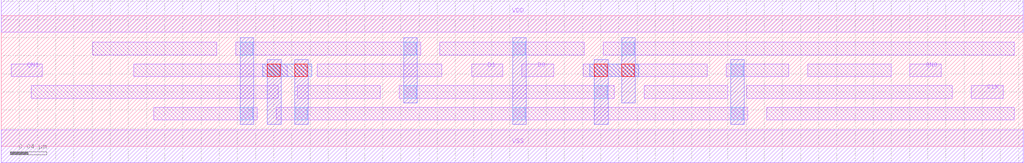
<source format=lef>
VERSION 5.8 ;
BUSBITCHARS "[]" ;
DIVIDERCHAR "/" ;
CLEARANCEMEASURE EUCLIDEAN ;

SITE coresite
    SIZE 0.0450 BY 0.1440 ;
    CLASS CORE ;
    SYMMETRY Y ;
END coresite

MACRO XNOR2_X1
  CLASS CORE ;
  ORIGIN 0 0 ;
  FOREIGN XNOR2_X1 0 0 ;
  SIZE 0.2700 BY 0.1440 ;
  SYMMETRY X Y ;
  SITE coresite ;
  PIN Y
    DIRECTION OUTPUT ;
    USE SIGNAL ;
    PORT
      LAYER M1 ;
        RECT 0.0525 0.0960 0.0675 0.0240 ;
      LAYER M0 ;
        RECT 0.0450 0.0670 0.0795 0.0530 ;
        RECT 0.0450 0.0910 0.1245 0.0770 ;
    END
  END Y
  PIN A
    DIRECTION INPUT ;
    USE SIGNAL ;
    PORT
      LAYER M2 ;
        RECT 0.0180 0.1150 0.2250 0.1010 ;
      LAYER M1 ;
        RECT 0.0225 0.1200 0.0375 0.0480 ;
        RECT 0.2025 0.1200 0.2175 0.0240 ;
      LAYER M0 ;
        RECT 0.0180 0.1150 0.0570 0.1010 ;
        RECT 0.1980 0.0430 0.2370 0.0290 ;
    END
  END A
  PIN B
    DIRECTION INPUT ;
    USE SIGNAL ;
    PORT
      LAYER M0 ;
        RECT 0.0780 0.1150 0.1920 0.1010 ;
    END
  END B
  PIN VSS
    DIRECTION INOUT ;
    USE GROUND ;
    SHAPE ABUTMENT ;
    PORT
      LAYER M0 ;
        RECT 0.0000 -0.0180 0.2700 0.0180 ;
    END
  END VSS
  PIN VDD
    DIRECTION INOUT ;
    USE POWER ;
    SHAPE ABUTMENT ;
    PORT
      LAYER M0 ;
        RECT 0.0000 0.1260 0.2700 0.1620 ;
    END
  END VDD
  OBS
      LAYER V1 ;
        RECT 0.0230 0.1010 0.0370 0.1150 ;
        RECT 0.2030 0.1010 0.2170 0.1150 ;
      LAYER M0 ;
        RECT 0.0105 0.0290 0.1245 0.0430 ;
        RECT 0.1230 0.0530 0.2595 0.0670 ;
        RECT 0.1905 0.0770 0.2520 0.0910 ;
      LAYER V0 ;
        RECT 0.0530 0.0770 0.0670 0.0910 ;
        RECT 0.0530 0.0530 0.0670 0.0670 ;
        RECT 0.0230 0.1010 0.0370 0.1150 ;
        RECT 0.2030 0.0290 0.2170 0.0430 ;
        RECT 0.2330 0.0770 0.2470 0.0910 ;
        RECT 0.2330 0.0530 0.2470 0.0670 ;
      LAYER M1 ;
        RECT 0.2325 0.0960 0.2475 0.0240 ;
  END
END XNOR2_X1

MACRO OAI222_X1_SH
  CLASS CORE ;
  ORIGIN 0 0 ;
  FOREIGN OAI222_X1_SH 0 0 ;
  SIZE 0.3600 BY 0.1440 ;
  SYMMETRY X Y ;
  SITE coresite ;
  PIN C1
    DIRECTION INPUT ;
    USE SIGNAL ;
    PORT
      LAYER M0 ;
        RECT 0.0780 0.0430 0.1125 0.0290 ;
    END
  END C1
  PIN Y
    DIRECTION OUTPUT ;
    USE SIGNAL ;
    PORT
      LAYER M0 ;
        RECT 0.2355 0.0670 0.3495 0.0530 ;
        RECT 0.1005 0.0910 0.2595 0.0770 ;
    END
  END Y
  PIN C2
    DIRECTION INPUT ;
    USE SIGNAL ;
    PORT
      LAYER M0 ;
        RECT 0.0225 0.0910 0.0570 0.0770 ;
    END
  END C2
  PIN A2
    DIRECTION INPUT ;
    USE SIGNAL ;
    PORT
      LAYER M0 ;
        RECT 0.3030 0.0910 0.3375 0.0770 ;
    END
  END A2
  PIN B1
    DIRECTION INPUT ;
    USE SIGNAL ;
    PORT
      LAYER M0 ;
        RECT 0.1125 0.1150 0.1470 0.1010 ;
    END
  END B1
  PIN B2
    DIRECTION INPUT ;
    USE SIGNAL ;
    PORT
      LAYER M0 ;
        RECT 0.1680 0.1150 0.2025 0.1010 ;
    END
  END B2
  PIN A1
    DIRECTION INPUT ;
    USE SIGNAL ;
    PORT
      LAYER M0 ;
        RECT 0.2475 0.1150 0.2820 0.1010 ;
    END
  END A1
  PIN VSS
    DIRECTION INOUT ;
    USE GROUND ;
    SHAPE ABUTMENT ;
    PORT
      LAYER M0 ;
        RECT 0.0000 -0.0180 0.3600 0.0180 ;
    END
  END VSS
  PIN VDD
    DIRECTION INOUT ;
    USE POWER ;
    SHAPE ABUTMENT ;
    PORT
      LAYER M0 ;
        RECT 0.0000 0.1260 0.3600 0.1620 ;
    END
  END VDD
  OBS
      LAYER M0 ;
        RECT 0.1455 0.0290 0.3045 0.0430 ;
        RECT 0.0105 0.0530 0.2145 0.0670 ;
  END
END OAI222_X1_SH

MACRO OAI221_X1
  CLASS CORE ;
  ORIGIN 0 0 ;
  FOREIGN OAI221_X1 0 0 ;
  SIZE 0.2700 BY 0.1440 ;
  SYMMETRY X Y ;
  SITE coresite ;
  PIN Y
    DIRECTION OUTPUT ;
    USE SIGNAL ;
    PORT
      LAYER M1 ;
        RECT 0.2025 0.0960 0.2175 0.0240 ;
      LAYER M0 ;
        RECT 0.1905 0.0430 0.2250 0.0290 ;
        RECT 0.1005 0.0910 0.2595 0.0770 ;
    END
  END Y
  PIN C
    DIRECTION INPUT ;
    USE SIGNAL ;
    PORT
      LAYER M0 ;
        RECT 0.1230 0.0430 0.1575 0.0290 ;
    END
  END C
  PIN A1
    DIRECTION INPUT ;
    USE SIGNAL ;
    PORT
      LAYER M0 ;
        RECT 0.0330 0.0910 0.0675 0.0770 ;
    END
  END A1
  PIN A2
    DIRECTION INPUT ;
    USE SIGNAL ;
    PORT
      LAYER M0 ;
        RECT 0.0780 0.1150 0.1125 0.1010 ;
    END
  END A2
  PIN B1
    DIRECTION INPUT ;
    USE SIGNAL ;
    PORT
      LAYER M0 ;
        RECT 0.1575 0.1150 0.1920 0.1010 ;
    END
  END B1
  PIN B2
    DIRECTION INPUT ;
    USE SIGNAL ;
    PORT
      LAYER M0 ;
        RECT 0.2130 0.1150 0.2475 0.1010 ;
    END
  END B2
  PIN VSS
    DIRECTION INOUT ;
    USE GROUND ;
    SHAPE ABUTMENT ;
    PORT
      LAYER M0 ;
        RECT 0.0000 -0.0180 0.2700 0.0180 ;
    END
  END VSS
  PIN VDD
    DIRECTION INOUT ;
    USE POWER ;
    SHAPE ABUTMENT ;
    PORT
      LAYER M0 ;
        RECT 0.0000 0.1260 0.2700 0.1620 ;
    END
  END VDD
  OBS
      LAYER V0 ;
        RECT 0.2030 0.0770 0.2170 0.0910 ;
        RECT 0.2030 0.0290 0.2170 0.0430 ;
      LAYER M0 ;
        RECT 0.0105 0.0530 0.1245 0.0670 ;
        RECT 0.1455 0.0530 0.2595 0.0670 ;
  END
END OAI221_X1

MACRO OAI211_X1
  CLASS CORE ;
  ORIGIN 0 0 ;
  FOREIGN OAI211_X1 0 0 ;
  SIZE 0.2250 BY 0.1440 ;
  SYMMETRY X Y ;
  SITE coresite ;
  PIN A1
    DIRECTION INPUT ;
    USE SIGNAL ;
    PORT
      LAYER M0 ;
        RECT 0.0675 0.0430 0.1020 0.0290 ;
    END
  END A1
  PIN B
    DIRECTION INPUT ;
    USE SIGNAL ;
    PORT
      LAYER M0 ;
        RECT 0.1230 0.0430 0.1575 0.0290 ;
    END
  END B
  PIN Y
    DIRECTION OUTPUT ;
    USE SIGNAL ;
    PORT
      LAYER M0 ;
        RECT 0.1005 0.0910 0.2145 0.0770 ;
    END
  END Y
  PIN A2
    DIRECTION INPUT ;
    USE SIGNAL ;
    PORT
      LAYER M0 ;
        RECT 0.0225 0.1150 0.0570 0.1010 ;
    END
  END A2
  PIN C
    DIRECTION INPUT ;
    USE SIGNAL ;
    PORT
      LAYER M0 ;
        RECT 0.1680 0.1150 0.2025 0.1010 ;
    END
  END C
  PIN VSS
    DIRECTION INOUT ;
    USE GROUND ;
    SHAPE ABUTMENT ;
    PORT
      LAYER M0 ;
        RECT 0.0000 -0.0180 0.2250 0.0180 ;
    END
  END VSS
  PIN VDD
    DIRECTION INOUT ;
    USE POWER ;
    SHAPE ABUTMENT ;
    PORT
      LAYER M0 ;
        RECT 0.0000 0.1260 0.2250 0.1620 ;
    END
  END VDD
  OBS
      LAYER M0 ;
        RECT 0.0105 0.0530 0.1245 0.0670 ;
  END
END OAI211_X1

MACRO HA_X1
  CLASS CORE ;
  ORIGIN 0 0 ;
  FOREIGN HA_X1 0 0 ;
  SIZE 0.2700 BY 0.1440 ;
  SYMMETRY X Y ;
  SITE coresite ;
  PIN SN
    DIRECTION OUTPUT ;
    USE SIGNAL ;
    PORT
      LAYER M1 ;
        RECT 0.0525 0.0960 0.0675 0.0240 ;
      LAYER M0 ;
        RECT 0.0450 0.0430 0.0795 0.0290 ;
        RECT 0.0450 0.0910 0.1245 0.0770 ;
    END
  END SN
  PIN CON
    DIRECTION OUTPUT ;
    USE SIGNAL ;
    PORT
      LAYER M1 ;
        RECT 0.2325 0.0960 0.2475 0.0240 ;
      LAYER M0 ;
        RECT 0.1230 0.0430 0.2595 0.0290 ;
        RECT 0.1905 0.0910 0.2520 0.0770 ;
    END
  END CON
  PIN A
    DIRECTION INPUT ;
    USE SIGNAL ;
    PORT
      LAYER M2 ;
        RECT 0.0180 0.1150 0.2250 0.1010 ;
      LAYER M1 ;
        RECT 0.0225 0.1200 0.0375 0.0480 ;
        RECT 0.2025 0.1200 0.2175 0.0480 ;
      LAYER M0 ;
        RECT 0.0180 0.1150 0.0570 0.1010 ;
        RECT 0.1980 0.0670 0.2370 0.0530 ;
    END
  END A
  PIN B
    DIRECTION INPUT ;
    USE SIGNAL ;
    PORT
      LAYER M0 ;
        RECT 0.0780 0.1150 0.1920 0.1010 ;
    END
  END B
  PIN VSS
    DIRECTION INOUT ;
    USE GROUND ;
    SHAPE ABUTMENT ;
    PORT
      LAYER M0 ;
        RECT 0.0000 -0.0180 0.2700 0.0180 ;
    END
  END VSS
  PIN VDD
    DIRECTION INOUT ;
    USE POWER ;
    SHAPE ABUTMENT ;
    PORT
      LAYER M0 ;
        RECT 0.0000 0.1260 0.2700 0.1620 ;
    END
  END VDD
  OBS
      LAYER V1 ;
        RECT 0.0230 0.1010 0.0370 0.1150 ;
        RECT 0.2030 0.1010 0.2170 0.1150 ;
      LAYER V0 ;
        RECT 0.0530 0.0770 0.0670 0.0910 ;
        RECT 0.0530 0.0290 0.0670 0.0430 ;
        RECT 0.2330 0.0770 0.2470 0.0910 ;
        RECT 0.2330 0.0290 0.2470 0.0430 ;
        RECT 0.0230 0.1010 0.0370 0.1150 ;
        RECT 0.2030 0.0530 0.2170 0.0670 ;
      LAYER M0 ;
        RECT 0.0105 0.0530 0.1245 0.0670 ;
  END
END HA_X1

MACRO FA_X1_SH
  CLASS CORE ;
  ORIGIN 0 0 ;
  FOREIGN FA_X1_SH 0 0 ;
  SIZE 0.5850 BY 0.1440 ;
  SYMMETRY X Y ;
  SITE coresite ;
  PIN A
    DIRECTION INPUT ;
    USE SIGNAL ;
    PORT
      LAYER M2 ;
        RECT 0.0450 0.0910 0.4950 0.0770 ;
      LAYER M1 ;
        RECT 0.2025 0.0960 0.2175 0.0240 ;
        RECT 0.4725 0.0960 0.4875 0.0240 ;
        RECT 0.0525 0.1200 0.0675 0.0480 ;
      LAYER M0 ;
        RECT 0.1680 0.0910 0.2820 0.0770 ;
        RECT 0.4680 0.0430 0.5070 0.0290 ;
        RECT 0.0330 0.1150 0.0720 0.1010 ;
    END
  END A
  PIN B
    DIRECTION INPUT ;
    USE SIGNAL ;
    PORT
      LAYER M2 ;
        RECT 0.3150 0.1150 0.5220 0.1010 ;
      LAYER M1 ;
        RECT 0.3225 0.1200 0.3375 0.0480 ;
        RECT 0.5025 0.1200 0.5175 0.0480 ;
      LAYER M0 ;
        RECT 0.0780 0.0670 0.3420 0.0530 ;
        RECT 0.4950 0.1150 0.5520 0.1010 ;
    END
  END B
  PIN CON
    DIRECTION OUTPUT ;
    USE SIGNAL ;
    PORT
      LAYER M0 ;
        RECT 0.1455 0.0430 0.4170 0.0290 ;
    END
  END CON
  PIN SN
    DIRECTION OUTPUT ;
    USE SIGNAL ;
    PORT
      LAYER M0 ;
        RECT 0.3600 0.0910 0.3945 0.0770 ;
    END
  END SN
  PIN CI
    DIRECTION INPUT ;
    USE SIGNAL ;
    PORT
      LAYER M0 ;
        RECT 0.1230 0.1150 0.4620 0.1010 ;
    END
  END CI
  PIN VSS
    DIRECTION INOUT ;
    USE GROUND ;
    SHAPE ABUTMENT ;
    PORT
      LAYER M0 ;
        RECT 0.0000 -0.0180 0.5850 0.0180 ;
    END
  END VSS
  PIN VDD
    DIRECTION INOUT ;
    USE POWER ;
    SHAPE ABUTMENT ;
    PORT
      LAYER M0 ;
        RECT 0.0000 0.1260 0.5850 0.1620 ;
    END
  END VDD
  OBS
      LAYER V1 ;
        RECT 0.0530 0.0770 0.0670 0.0910 ;
        RECT 0.2030 0.0770 0.2170 0.0910 ;
        RECT 0.4730 0.0770 0.4870 0.0910 ;
        RECT 0.3230 0.1010 0.3370 0.1150 ;
        RECT 0.5030 0.1010 0.5170 0.1150 ;
      LAYER V0 ;
        RECT 0.0530 0.1010 0.0670 0.1150 ;
        RECT 0.2030 0.0770 0.2170 0.0910 ;
        RECT 0.4730 0.0290 0.4870 0.0430 ;
        RECT 0.3230 0.0530 0.3370 0.0670 ;
        RECT 0.5030 0.1010 0.5170 0.1150 ;
      LAYER M0 ;
        RECT 0.0105 0.0290 0.1245 0.0430 ;
        RECT 0.4155 0.0530 0.5295 0.0670 ;
        RECT 0.0105 0.0770 0.1245 0.0910 ;
        RECT 0.4155 0.0770 0.5295 0.0910 ;
  END
END FA_X1_SH

MACRO AOI222_X1_SH
  CLASS CORE ;
  ORIGIN 0 0 ;
  FOREIGN AOI222_X1_SH 0 0 ;
  SIZE 0.3600 BY 0.1440 ;
  SYMMETRY X Y ;
  SITE coresite ;
  PIN B1
    DIRECTION INPUT ;
    USE SIGNAL ;
    PORT
      LAYER M0 ;
        RECT 0.1125 0.0430 0.1470 0.0290 ;
    END
  END B1
  PIN B2
    DIRECTION INPUT ;
    USE SIGNAL ;
    PORT
      LAYER M0 ;
        RECT 0.1680 0.0430 0.2025 0.0290 ;
    END
  END B2
  PIN A1
    DIRECTION INPUT ;
    USE SIGNAL ;
    PORT
      LAYER M0 ;
        RECT 0.2475 0.0430 0.2820 0.0290 ;
    END
  END A1
  PIN C2
    DIRECTION INPUT ;
    USE SIGNAL ;
    PORT
      LAYER M0 ;
        RECT 0.0225 0.0670 0.0570 0.0530 ;
    END
  END C2
  PIN Y
    DIRECTION OUTPUT ;
    USE SIGNAL ;
    PORT
      LAYER M0 ;
        RECT 0.1005 0.0670 0.2595 0.0530 ;
        RECT 0.2355 0.0910 0.3495 0.0770 ;
    END
  END Y
  PIN A2
    DIRECTION INPUT ;
    USE SIGNAL ;
    PORT
      LAYER M0 ;
        RECT 0.3030 0.0670 0.3375 0.0530 ;
    END
  END A2
  PIN C1
    DIRECTION INPUT ;
    USE SIGNAL ;
    PORT
      LAYER M0 ;
        RECT 0.0780 0.1150 0.1125 0.1010 ;
    END
  END C1
  PIN VSS
    DIRECTION INOUT ;
    USE GROUND ;
    SHAPE ABUTMENT ;
    PORT
      LAYER M0 ;
        RECT 0.0000 -0.0180 0.3600 0.0180 ;
    END
  END VSS
  PIN VDD
    DIRECTION INOUT ;
    USE POWER ;
    SHAPE ABUTMENT ;
    PORT
      LAYER M0 ;
        RECT 0.0000 0.1260 0.3600 0.1620 ;
    END
  END VDD
  OBS
      LAYER M0 ;
        RECT 0.0105 0.0770 0.2145 0.0910 ;
        RECT 0.1455 0.1010 0.3045 0.1150 ;
  END
END AOI222_X1_SH

MACRO AOI221_X1
  CLASS CORE ;
  ORIGIN 0 0 ;
  FOREIGN AOI221_X1 0 0 ;
  SIZE 0.2700 BY 0.1440 ;
  SYMMETRY X Y ;
  SITE coresite ;
  PIN Y
    DIRECTION OUTPUT ;
    USE SIGNAL ;
    PORT
      LAYER M1 ;
        RECT 0.0525 0.1200 0.0675 0.0480 ;
      LAYER M0 ;
        RECT 0.0105 0.0670 0.1695 0.0530 ;
        RECT 0.0450 0.1150 0.0795 0.1010 ;
    END
  END Y
  PIN B1
    DIRECTION INPUT ;
    USE SIGNAL ;
    PORT
      LAYER M0 ;
        RECT 0.0225 0.0430 0.0570 0.0290 ;
    END
  END B1
  PIN B2
    DIRECTION INPUT ;
    USE SIGNAL ;
    PORT
      LAYER M0 ;
        RECT 0.0780 0.0430 0.1125 0.0290 ;
    END
  END B2
  PIN A1
    DIRECTION INPUT ;
    USE SIGNAL ;
    PORT
      LAYER M0 ;
        RECT 0.1575 0.0430 0.1920 0.0290 ;
    END
  END A1
  PIN C
    DIRECTION INPUT ;
    USE SIGNAL ;
    PORT
      LAYER M0 ;
        RECT 0.1125 0.1150 0.1470 0.1010 ;
    END
  END C
  PIN A2
    DIRECTION INPUT ;
    USE SIGNAL ;
    PORT
      LAYER M0 ;
        RECT 0.2130 0.1150 0.2475 0.1010 ;
    END
  END A2
  PIN VSS
    DIRECTION INOUT ;
    USE GROUND ;
    SHAPE ABUTMENT ;
    PORT
      LAYER M0 ;
        RECT 0.0000 -0.0180 0.2700 0.0180 ;
    END
  END VSS
  PIN VDD
    DIRECTION INOUT ;
    USE POWER ;
    SHAPE ABUTMENT ;
    PORT
      LAYER M0 ;
        RECT 0.0000 0.1260 0.2700 0.1620 ;
    END
  END VDD
  OBS
      LAYER V0 ;
        RECT 0.0530 0.1010 0.0670 0.1150 ;
        RECT 0.0530 0.0530 0.0670 0.0670 ;
      LAYER M0 ;
        RECT 0.0105 0.0770 0.1245 0.0910 ;
        RECT 0.1455 0.0770 0.2595 0.0910 ;
  END
END AOI221_X1

MACRO AOI211_X1
  CLASS CORE ;
  ORIGIN 0 0 ;
  FOREIGN AOI211_X1 0 0 ;
  SIZE 0.2250 BY 0.1440 ;
  SYMMETRY X Y ;
  SITE coresite ;
  PIN A1
    DIRECTION INPUT ;
    USE SIGNAL ;
    PORT
      LAYER M0 ;
        RECT 0.0225 0.0430 0.0570 0.0290 ;
    END
  END A1
  PIN B
    DIRECTION INPUT ;
    USE SIGNAL ;
    PORT
      LAYER M0 ;
        RECT 0.1125 0.0430 0.1470 0.0290 ;
    END
  END B
  PIN Y
    DIRECTION OUTPUT ;
    USE SIGNAL ;
    PORT
      LAYER M0 ;
        RECT 0.1005 0.0670 0.2145 0.0530 ;
    END
  END Y
  PIN A2
    DIRECTION INPUT ;
    USE SIGNAL ;
    PORT
      LAYER M0 ;
        RECT 0.0780 0.1150 0.1125 0.1010 ;
    END
  END A2
  PIN C
    DIRECTION INPUT ;
    USE SIGNAL ;
    PORT
      LAYER M0 ;
        RECT 0.1680 0.1150 0.2025 0.1010 ;
    END
  END C
  PIN VSS
    DIRECTION INOUT ;
    USE GROUND ;
    SHAPE ABUTMENT ;
    PORT
      LAYER M0 ;
        RECT 0.0000 -0.0180 0.2250 0.0180 ;
    END
  END VSS
  PIN VDD
    DIRECTION INOUT ;
    USE POWER ;
    SHAPE ABUTMENT ;
    PORT
      LAYER M0 ;
        RECT 0.0000 0.1260 0.2250 0.1620 ;
    END
  END VDD
  OBS
      LAYER M0 ;
        RECT 0.0105 0.0770 0.1245 0.0910 ;
  END
END AOI211_X1

MACRO 2BDFFHQN_X1_SH
  CLASS CORE ;
  ORIGIN 0 0 ;
  FOREIGN 2BDFFHQN_X1_SH 0 0 ;
  SIZE 1.1250 BY 0.1440 ;
  SYMMETRY X Y ;
  SITE coresite ;
  PIN QN0
    DIRECTION OUTPUT ;
    USE SIGNAL ;
    PORT
      LAYER M0 ;
        RECT 1.0005 0.0910 1.0350 0.0770 ;
    END
  END QN0
  PIN D0
    DIRECTION INPUT ;
    USE SIGNAL ;
    PORT
      LAYER M0 ;
        RECT 0.5730 0.0910 0.6075 0.0770 ;
    END
  END D0
  PIN D1
    DIRECTION INPUT ;
    USE SIGNAL ;
    PORT
      LAYER M0 ;
        RECT 0.5175 0.0910 0.5520 0.0770 ;
    END
  END D1
  PIN QN1
    DIRECTION OUTPUT ;
    USE SIGNAL ;
    PORT
      LAYER M0 ;
        RECT 0.0105 0.0910 0.0450 0.0770 ;
    END
  END QN1
  PIN CLK
    DIRECTION INPUT ;
    USE SIGNAL ;
    PORT
      LAYER M0 ;
        RECT 1.0680 0.0670 1.1025 0.0530 ;
    END
  END CLK
  PIN VDD
    DIRECTION INOUT ;
    USE POWER ;
    SHAPE ABUTMENT ;
    PORT
      LAYER M0 ;
        RECT 0.0000 0.1260 1.1250 0.1620 ;
    END
  END VDD
  PIN VSS
    DIRECTION INOUT ;
    USE GROUND ;
    SHAPE ABUTMENT ;
    PORT
      LAYER M0 ;
        RECT 0.0000 -0.0180 1.1250 0.0180 ;
    END
  END VSS
  OBS
      LAYER M2 ;
        RECT 0.6480 0.0770 0.7020 0.0910 ;
        RECT 0.2880 0.0770 0.3420 0.0910 ;
      LAYER V0 ;
        RECT 0.6830 0.1010 0.6970 0.1150 ;
        RECT 0.6530 0.0530 0.6670 0.0670 ;
        RECT 0.4430 0.0530 0.4570 0.0670 ;
        RECT 0.4430 0.1010 0.4570 0.1150 ;
        RECT 0.2630 0.0290 0.2770 0.0430 ;
        RECT 0.2630 0.1010 0.2770 0.1150 ;
        RECT 0.8030 0.0290 0.8170 0.0430 ;
        RECT 0.8030 0.0770 0.8170 0.0910 ;
        RECT 0.5630 0.0290 0.5770 0.0430 ;
        RECT 0.5630 0.1010 0.5770 0.1150 ;
        RECT 0.3230 0.0290 0.3370 0.0430 ;
        RECT 0.2930 0.0770 0.3070 0.0910 ;
      LAYER M1 ;
        RECT 0.6825 0.1200 0.6975 0.0480 ;
        RECT 0.5625 0.1200 0.5775 0.0240 ;
        RECT 0.4425 0.1200 0.4575 0.0480 ;
        RECT 0.2625 0.1200 0.2775 0.0240 ;
        RECT 0.8025 0.0960 0.8175 0.0240 ;
        RECT 0.6525 0.0960 0.6675 0.0240 ;
        RECT 0.3225 0.0960 0.3375 0.0240 ;
        RECT 0.2925 0.0960 0.3075 0.0240 ;
      LAYER V1 ;
        RECT 0.6830 0.0770 0.6970 0.0910 ;
        RECT 0.6530 0.0770 0.6670 0.0910 ;
        RECT 0.3230 0.0770 0.3370 0.0910 ;
        RECT 0.2930 0.0770 0.3070 0.0910 ;
      LAYER M0 ;
        RECT 0.6630 0.1010 1.1145 0.1150 ;
        RECT 0.4830 0.1010 0.6420 0.1150 ;
        RECT 0.2580 0.1010 0.4620 0.1150 ;
        RECT 0.1005 0.1010 0.2370 0.1150 ;
        RECT 0.8880 0.0770 0.9795 0.0910 ;
        RECT 0.7980 0.0770 0.8670 0.0910 ;
        RECT 0.6405 0.0770 0.7770 0.0910 ;
        RECT 0.3480 0.0770 0.4845 0.0910 ;
        RECT 0.1455 0.0770 0.3150 0.0910 ;
        RECT 0.8205 0.0530 1.0470 0.0670 ;
        RECT 0.7080 0.0530 0.7995 0.0670 ;
        RECT 0.4380 0.0530 0.6750 0.0670 ;
        RECT 0.3255 0.0530 0.4170 0.0670 ;
        RECT 0.0330 0.0530 0.3045 0.0670 ;
        RECT 0.8430 0.0290 1.1145 0.0430 ;
        RECT 0.3030 0.0290 0.8220 0.0430 ;
        RECT 0.1680 0.0290 0.2820 0.0430 ;
  END
END 2BDFFHQN_X1_SH

MACRO XOR2_X1
  CLASS CORE ;
  ORIGIN 0 0 ;
  FOREIGN XOR2_X1 0 0 ;
  SIZE 0.2700 BY 0.1440 ;
  SYMMETRY X Y ;
  SITE coresite ;
  PIN Z
    DIRECTION OUTPUT ;
    USE SIGNAL ;
    PORT
      LAYER M1 ;
        RECT 0.0525 0.0960 0.0675 0.0240 ;
      LAYER M0 ;
        RECT 0.0450 0.0670 0.1245 0.0530 ;
        RECT 0.0450 0.0910 0.0795 0.0770 ;
    END
  END Z
  PIN A2
    DIRECTION INPUT ;
    USE SIGNAL ;
    PORT
      LAYER M2 ;
        RECT 0.0180 0.0670 0.1920 0.0530 ;
      LAYER M1 ;
        RECT 0.0225 0.0960 0.0375 0.0240 ;
        RECT 0.1725 0.1200 0.1875 0.0480 ;
      LAYER M0 ;
        RECT 0.0180 0.0430 0.0570 0.0290 ;
        RECT 0.1575 0.1150 0.1920 0.1010 ;
    END
  END A2
  PIN A1
    DIRECTION INPUT ;
    USE SIGNAL ;
    PORT
      LAYER M0 ;
        RECT 0.0780 0.0430 0.2370 0.0290 ;
    END
  END A1
  PIN VSS
    DIRECTION INOUT ;
    USE GROUND ;
    SHAPE ABUTMENT ;
    PORT
      LAYER M0 ;
        RECT 0.0000 -0.0180 0.2700 0.0180 ;
    END
  END VSS
  PIN VDD
    DIRECTION INOUT ;
    USE POWER ;
    SHAPE ABUTMENT ;
    PORT
      LAYER M0 ;
        RECT 0.0000 0.1260 0.2700 0.1620 ;
    END
  END VDD
  OBS
      LAYER V1 ;
        RECT 0.0230 0.0530 0.0370 0.0670 ;
        RECT 0.1730 0.0530 0.1870 0.0670 ;
      LAYER M0 ;
        RECT 0.1905 0.0530 0.2250 0.0670 ;
        RECT 0.1230 0.0770 0.2595 0.0910 ;
        RECT 0.0105 0.1010 0.1245 0.1150 ;
      LAYER V0 ;
        RECT 0.0230 0.0290 0.0370 0.0430 ;
        RECT 0.1730 0.1010 0.1870 0.1150 ;
        RECT 0.2030 0.0770 0.2170 0.0910 ;
        RECT 0.2030 0.0530 0.2170 0.0670 ;
        RECT 0.0530 0.0770 0.0670 0.0910 ;
        RECT 0.0530 0.0530 0.0670 0.0670 ;
      LAYER M1 ;
        RECT 0.2025 0.0960 0.2175 0.0240 ;
  END
END XOR2_X1

MACRO OR3_X2
  CLASS CORE ;
  ORIGIN 0 0 ;
  FOREIGN OR3_X2 0 0 ;
  SIZE 0.2700 BY 0.1440 ;
  SYMMETRY X Y ;
  SITE coresite ;
  PIN A1
    DIRECTION INPUT ;
    USE SIGNAL ;
    PORT
      LAYER M0 ;
        RECT 0.1125 0.0430 0.1470 0.0290 ;
    END
  END A1
  PIN A2
    DIRECTION INPUT ;
    USE SIGNAL ;
    PORT
      LAYER M0 ;
        RECT 0.0225 0.0910 0.0570 0.0770 ;
    END
  END A2
  PIN Z
    DIRECTION OUTPUT ;
    USE SIGNAL ;
    PORT
      LAYER M0 ;
        RECT 0.1800 0.0910 0.2145 0.0770 ;
    END
  END Z
  PIN A3
    DIRECTION INPUT ;
    USE SIGNAL ;
    PORT
      LAYER M0 ;
        RECT 0.0675 0.1150 0.1020 0.1010 ;
    END
  END A3
  PIN VSS
    DIRECTION INOUT ;
    USE GROUND ;
    SHAPE ABUTMENT ;
    PORT
      LAYER M0 ;
        RECT 0.0000 -0.0180 0.2700 0.0180 ;
    END
  END VSS
  PIN VDD
    DIRECTION INOUT ;
    USE POWER ;
    SHAPE ABUTMENT ;
    PORT
      LAYER M0 ;
        RECT 0.0000 0.1260 0.2700 0.1620 ;
    END
  END VDD
  OBS
      LAYER M0 ;
        RECT 0.0105 0.0530 0.2370 0.0670 ;
  END
END OR3_X2

MACRO OR3_X1
  CLASS CORE ;
  ORIGIN 0 0 ;
  FOREIGN OR3_X1 0 0 ;
  SIZE 0.2250 BY 0.1440 ;
  SYMMETRY X Y ;
  SITE coresite ;
  PIN A2
    DIRECTION INPUT ;
    USE SIGNAL ;
    PORT
      LAYER M0 ;
        RECT 0.0780 0.0430 0.1125 0.0290 ;
    END
  END A2
  PIN A3
    DIRECTION INPUT ;
    USE SIGNAL ;
    PORT
      LAYER M0 ;
        RECT 0.1125 0.0910 0.1470 0.0770 ;
    END
  END A3
  PIN A1
    DIRECTION INPUT ;
    USE SIGNAL ;
    PORT
      LAYER M0 ;
        RECT 0.0225 0.1150 0.0570 0.1010 ;
    END
  END A1
  PIN Z
    DIRECTION OUTPUT ;
    USE SIGNAL ;
    PORT
      LAYER M0 ;
        RECT 0.1800 0.1150 0.2145 0.1010 ;
    END
  END Z
  PIN VSS
    DIRECTION INOUT ;
    USE GROUND ;
    SHAPE ABUTMENT ;
    PORT
      LAYER M0 ;
        RECT 0.0000 -0.0180 0.2250 0.0180 ;
    END
  END VSS
  PIN VDD
    DIRECTION INOUT ;
    USE POWER ;
    SHAPE ABUTMENT ;
    PORT
      LAYER M0 ;
        RECT 0.0000 0.1260 0.2250 0.1620 ;
    END
  END VDD
  OBS
      LAYER M0 ;
        RECT 0.0105 0.0530 0.1920 0.0670 ;
  END
END OR3_X1

MACRO OR2_X2
  CLASS CORE ;
  ORIGIN 0 0 ;
  FOREIGN OR2_X2 0 0 ;
  SIZE 0.2250 BY 0.1440 ;
  SYMMETRY X Y ;
  SITE coresite ;
  PIN A1
    DIRECTION INPUT ;
    USE SIGNAL ;
    PORT
      LAYER M0 ;
        RECT 0.1125 0.0430 0.1470 0.0290 ;
    END
  END A1
  PIN Z
    DIRECTION OUTPUT ;
    USE SIGNAL ;
    PORT
      LAYER M0 ;
        RECT 0.0450 0.1150 0.0795 0.1010 ;
    END
  END Z
  PIN A2
    DIRECTION INPUT ;
    USE SIGNAL ;
    PORT
      LAYER M0 ;
        RECT 0.1680 0.1150 0.2025 0.1010 ;
    END
  END A2
  PIN VSS
    DIRECTION INOUT ;
    USE GROUND ;
    SHAPE ABUTMENT ;
    PORT
      LAYER M0 ;
        RECT 0.0000 -0.0180 0.2250 0.0180 ;
    END
  END VSS
  PIN VDD
    DIRECTION INOUT ;
    USE POWER ;
    SHAPE ABUTMENT ;
    PORT
      LAYER M0 ;
        RECT 0.0000 0.1260 0.2250 0.1620 ;
    END
  END VDD
  OBS
      LAYER M0 ;
        RECT 0.0780 0.0530 0.1695 0.0670 ;
        RECT 0.0330 0.0770 0.2145 0.0910 ;
  END
END OR2_X2

MACRO OR2_X1
  CLASS CORE ;
  ORIGIN 0 0 ;
  FOREIGN OR2_X1 0 0 ;
  SIZE 0.1800 BY 0.1440 ;
  SYMMETRY X Y ;
  SITE coresite ;
  PIN A1
    DIRECTION INPUT ;
    USE SIGNAL ;
    PORT
      LAYER M0 ;
        RECT 0.0225 0.0430 0.0570 0.0290 ;
    END
  END A1
  PIN Z
    DIRECTION OUTPUT ;
    USE SIGNAL ;
    PORT
      LAYER M0 ;
        RECT 0.1350 0.0430 0.1695 0.0290 ;
    END
  END Z
  PIN A2
    DIRECTION INPUT ;
    USE SIGNAL ;
    PORT
      LAYER M0 ;
        RECT 0.0675 0.1150 0.1020 0.1010 ;
    END
  END A2
  PIN VSS
    DIRECTION INOUT ;
    USE GROUND ;
    SHAPE ABUTMENT ;
    PORT
      LAYER M0 ;
        RECT 0.0000 -0.0180 0.1800 0.0180 ;
    END
  END VSS
  PIN VDD
    DIRECTION INOUT ;
    USE POWER ;
    SHAPE ABUTMENT ;
    PORT
      LAYER M0 ;
        RECT 0.0000 0.1260 0.1800 0.1620 ;
    END
  END VDD
  OBS
      LAYER M0 ;
        RECT 0.0555 0.0530 0.1470 0.0670 ;
        RECT 0.0105 0.0770 0.1470 0.0910 ;
  END
END OR2_X1

MACRO OAI22_X2
  CLASS CORE ;
  ORIGIN 0 0 ;
  FOREIGN OAI22_X2 0 0 ;
  SIZE 0.4500 BY 0.1440 ;
  SYMMETRY X Y ;
  SITE coresite ;
  PIN ZN
    DIRECTION OUTPUT ;
    USE SIGNAL ;
    PORT
      LAYER M2 ;
        RECT 0.1980 0.1150 0.2520 0.1010 ;
      LAYER M1 ;
        RECT 0.2025 0.1200 0.2175 0.0480 ;
        RECT 0.2325 0.1200 0.2475 0.0480 ;
      LAYER M0 ;
        RECT 0.1455 0.0910 0.2250 0.0770 ;
        RECT 0.2250 0.0670 0.3945 0.0530 ;
    END
  END ZN
  PIN B2
    DIRECTION INPUT ;
    USE SIGNAL ;
    PORT
      LAYER M0 ;
        RECT 0.0330 0.0670 0.1020 0.0530 ;
    END
  END B2
  PIN B1
    DIRECTION INPUT ;
    USE SIGNAL ;
    PORT
      LAYER M0 ;
        RECT 0.1230 0.0670 0.1920 0.0530 ;
    END
  END B1
  PIN A1
    DIRECTION INPUT ;
    USE SIGNAL ;
    PORT
      LAYER M0 ;
        RECT 0.2580 0.0910 0.3270 0.0770 ;
    END
  END A1
  PIN A2
    DIRECTION INPUT ;
    USE SIGNAL ;
    PORT
      LAYER M0 ;
        RECT 0.3480 0.0910 0.4170 0.0770 ;
    END
  END A2
  PIN VSS
    DIRECTION INOUT ;
    USE GROUND ;
    SHAPE ABUTMENT ;
    PORT
      LAYER M0 ;
        RECT 0.0000 -0.0180 0.4500 0.0180 ;
    END
  END VSS
  PIN VDD
    DIRECTION INOUT ;
    USE POWER ;
    SHAPE ABUTMENT ;
    PORT
      LAYER M0 ;
        RECT 0.0000 0.1260 0.4500 0.1620 ;
    END
  END VDD
  OBS
      LAYER V1 ;
        RECT 0.2030 0.1010 0.2170 0.1150 ;
        RECT 0.2330 0.1010 0.2470 0.1150 ;
      LAYER V0 ;
        RECT 0.2030 0.0770 0.2170 0.0910 ;
        RECT 0.2330 0.0530 0.2470 0.0670 ;
      LAYER M0 ;
        RECT 0.0555 0.0290 0.4395 0.0430 ;
        RECT 0.0105 0.1010 0.2145 0.1150 ;
        RECT 0.2355 0.1010 0.4395 0.1150 ;
  END
END OAI22_X2

MACRO OAI22_X1
  CLASS CORE ;
  ORIGIN 0 0 ;
  FOREIGN OAI22_X1 0 0 ;
  SIZE 0.2250 BY 0.1440 ;
  SYMMETRY X Y ;
  SITE coresite ;
  PIN ZN
    DIRECTION OUTPUT ;
    USE SIGNAL ;
    PORT
      LAYER M1 ;
        RECT 0.0525 0.0960 0.0675 0.0240 ;
      LAYER M0 ;
        RECT 0.0450 0.0430 0.0795 0.0290 ;
        RECT 0.0450 0.0910 0.1245 0.0770 ;
    END
  END ZN
  PIN B1
    DIRECTION INPUT ;
    USE SIGNAL ;
    PORT
      LAYER M0 ;
        RECT 0.1125 0.0430 0.1470 0.0290 ;
    END
  END B1
  PIN A2
    DIRECTION INPUT ;
    USE SIGNAL ;
    PORT
      LAYER M0 ;
        RECT 0.0225 0.1150 0.0570 0.1010 ;
    END
  END A2
  PIN A1
    DIRECTION INPUT ;
    USE SIGNAL ;
    PORT
      LAYER M0 ;
        RECT 0.0780 0.1150 0.1125 0.1010 ;
    END
  END A1
  PIN B2
    DIRECTION INPUT ;
    USE SIGNAL ;
    PORT
      LAYER M0 ;
        RECT 0.1680 0.1150 0.2025 0.1010 ;
    END
  END B2
  PIN VSS
    DIRECTION INOUT ;
    USE GROUND ;
    SHAPE ABUTMENT ;
    PORT
      LAYER M0 ;
        RECT 0.0000 -0.0180 0.2250 0.0180 ;
    END
  END VSS
  PIN VDD
    DIRECTION INOUT ;
    USE POWER ;
    SHAPE ABUTMENT ;
    PORT
      LAYER M0 ;
        RECT 0.0000 0.1260 0.2250 0.1620 ;
    END
  END VDD
  OBS
      LAYER V0 ;
        RECT 0.0530 0.0770 0.0670 0.0910 ;
        RECT 0.0530 0.0290 0.0670 0.0430 ;
      LAYER M0 ;
        RECT 0.0105 0.0530 0.2145 0.0670 ;
  END
END OAI22_X1

MACRO OAI21_X2
  CLASS CORE ;
  ORIGIN 0 0 ;
  FOREIGN OAI21_X2 0 0 ;
  SIZE 0.3150 BY 0.1440 ;
  SYMMETRY X Y ;
  SITE coresite ;
  PIN A2
    DIRECTION INPUT ;
    USE SIGNAL ;
    PORT
      LAYER M2 ;
        RECT 0.0450 0.1150 0.1920 0.1010 ;
      LAYER M1 ;
        RECT 0.0525 0.1200 0.0675 0.0480 ;
        RECT 0.1725 0.1200 0.1875 0.0240 ;
      LAYER M0 ;
        RECT 0.0330 0.1150 0.0720 0.1010 ;
        RECT 0.1680 0.0430 0.2025 0.0290 ;
    END
  END A2
  PIN A1
    DIRECTION INPUT ;
    USE SIGNAL ;
    PORT
      LAYER M0 ;
        RECT 0.0780 0.0430 0.1470 0.0290 ;
    END
  END A1
  PIN B
    DIRECTION INPUT ;
    USE SIGNAL ;
    PORT
      LAYER M0 ;
        RECT 0.2130 0.0910 0.2820 0.0770 ;
    END
  END B
  PIN ZN
    DIRECTION OUTPUT ;
    USE SIGNAL ;
    PORT
      LAYER M0 ;
        RECT 0.1005 0.1150 0.2595 0.1010 ;
    END
  END ZN
  PIN VSS
    DIRECTION INOUT ;
    USE GROUND ;
    SHAPE ABUTMENT ;
    PORT
      LAYER M0 ;
        RECT 0.0000 -0.0180 0.3150 0.0180 ;
    END
  END VSS
  PIN VDD
    DIRECTION INOUT ;
    USE POWER ;
    SHAPE ABUTMENT ;
    PORT
      LAYER M0 ;
        RECT 0.0000 0.1260 0.3150 0.1620 ;
    END
  END VDD
  OBS
      LAYER V1 ;
        RECT 0.0530 0.1010 0.0670 0.1150 ;
        RECT 0.1730 0.1010 0.1870 0.1150 ;
      LAYER V0 ;
        RECT 0.0530 0.1010 0.0670 0.1150 ;
        RECT 0.1730 0.0290 0.1870 0.0430 ;
      LAYER M0 ;
        RECT 0.0105 0.0530 0.3045 0.0670 ;
        RECT 0.0555 0.0770 0.1695 0.0910 ;
  END
END OAI21_X2

MACRO OAI21_X1
  CLASS CORE ;
  ORIGIN 0 0 ;
  FOREIGN OAI21_X1 0 0 ;
  SIZE 0.1800 BY 0.1440 ;
  SYMMETRY X Y ;
  SITE coresite ;
  PIN A1
    DIRECTION INPUT ;
    USE SIGNAL ;
    PORT
      LAYER M0 ;
        RECT 0.0225 0.0430 0.0570 0.0290 ;
    END
  END A1
  PIN B
    DIRECTION INPUT ;
    USE SIGNAL ;
    PORT
      LAYER M0 ;
        RECT 0.1230 0.0430 0.1575 0.0290 ;
    END
  END B
  PIN ZN
    DIRECTION OUTPUT ;
    USE SIGNAL ;
    PORT
      LAYER M0 ;
        RECT 0.0105 0.0910 0.1695 0.0770 ;
    END
  END ZN
  PIN A2
    DIRECTION INPUT ;
    USE SIGNAL ;
    PORT
      LAYER M0 ;
        RECT 0.0780 0.1150 0.1125 0.1010 ;
    END
  END A2
  PIN VSS
    DIRECTION INOUT ;
    USE GROUND ;
    SHAPE ABUTMENT ;
    PORT
      LAYER M0 ;
        RECT 0.0000 -0.0180 0.1800 0.0180 ;
    END
  END VSS
  PIN VDD
    DIRECTION INOUT ;
    USE POWER ;
    SHAPE ABUTMENT ;
    PORT
      LAYER M0 ;
        RECT 0.0000 0.1260 0.1800 0.1620 ;
    END
  END VDD
  OBS
      LAYER M0 ;
        RECT 0.0105 0.0530 0.1245 0.0670 ;
  END
END OAI21_X1

MACRO NOR4_X2
  CLASS CORE ;
  ORIGIN 0 0 ;
  FOREIGN NOR4_X2 0 0 ;
  SIZE 0.4050 BY 0.1440 ;
  SYMMETRY X Y ;
  SITE coresite ;
  PIN A2
    DIRECTION INPUT ;
    USE SIGNAL ;
    PORT
      LAYER M0 ;
        RECT 0.0330 0.0430 0.1920 0.0290 ;
    END
  END A2
  PIN A3
    DIRECTION INPUT ;
    USE SIGNAL ;
    PORT
      LAYER M0 ;
        RECT 0.2130 0.0430 0.3720 0.0290 ;
    END
  END A3
  PIN ZN
    DIRECTION OUTPUT ;
    USE SIGNAL ;
    PORT
      LAYER M0 ;
        RECT 0.0105 0.0670 0.3945 0.0530 ;
    END
  END ZN
  PIN A1
    DIRECTION INPUT ;
    USE SIGNAL ;
    PORT
      LAYER M0 ;
        RECT 0.0780 0.1150 0.1470 0.1010 ;
    END
  END A1
  PIN A4
    DIRECTION INPUT ;
    USE SIGNAL ;
    PORT
      LAYER M0 ;
        RECT 0.2580 0.1150 0.3270 0.1010 ;
    END
  END A4
  PIN VSS
    DIRECTION INOUT ;
    USE GROUND ;
    SHAPE ABUTMENT ;
    PORT
      LAYER M0 ;
        RECT 0.0000 -0.0180 0.4050 0.0180 ;
    END
  END VSS
  PIN VDD
    DIRECTION INOUT ;
    USE POWER ;
    SHAPE ABUTMENT ;
    PORT
      LAYER M0 ;
        RECT 0.0000 0.1260 0.4050 0.1620 ;
    END
  END VDD
  OBS
      LAYER M2 ;
        RECT 0.0180 0.0290 0.3720 0.0430 ;
      LAYER V0 ;
        RECT 0.0230 0.1010 0.0370 0.1150 ;
        RECT 0.2030 0.1010 0.2170 0.1150 ;
        RECT 0.3530 0.1010 0.3670 0.1150 ;
      LAYER M1 ;
        RECT 0.0225 0.1200 0.0375 0.0240 ;
        RECT 0.2025 0.1200 0.2175 0.0240 ;
        RECT 0.3525 0.1200 0.3675 0.0240 ;
      LAYER V1 ;
        RECT 0.0230 0.0290 0.0370 0.0430 ;
        RECT 0.2030 0.0290 0.2170 0.0430 ;
        RECT 0.3530 0.0290 0.3670 0.0430 ;
      LAYER M0 ;
        RECT 0.0555 0.0770 0.1695 0.0910 ;
        RECT 0.2355 0.0770 0.3495 0.0910 ;
        RECT 0.0105 0.1010 0.0450 0.1150 ;
        RECT 0.1905 0.1010 0.2250 0.1150 ;
        RECT 0.3480 0.1010 0.3945 0.1150 ;
  END
END NOR4_X2

MACRO NOR4_X1
  CLASS CORE ;
  ORIGIN 0 0 ;
  FOREIGN NOR4_X1 0 0 ;
  SIZE 0.2250 BY 0.1440 ;
  SYMMETRY X Y ;
  SITE coresite ;
  PIN A3
    DIRECTION INPUT ;
    USE SIGNAL ;
    PORT
      LAYER M0 ;
        RECT 0.1125 0.0430 0.1470 0.0290 ;
    END
  END A3
  PIN ZN
    DIRECTION OUTPUT ;
    USE SIGNAL ;
    PORT
      LAYER M0 ;
        RECT 0.0105 0.0670 0.2145 0.0530 ;
    END
  END ZN
  PIN A1
    DIRECTION INPUT ;
    USE SIGNAL ;
    PORT
      LAYER M0 ;
        RECT 0.0225 0.0910 0.0570 0.0770 ;
    END
  END A1
  PIN A4
    DIRECTION INPUT ;
    USE SIGNAL ;
    PORT
      LAYER M0 ;
        RECT 0.1680 0.0910 0.2025 0.0770 ;
    END
  END A4
  PIN A2
    DIRECTION INPUT ;
    USE SIGNAL ;
    PORT
      LAYER M0 ;
        RECT 0.0675 0.1150 0.1020 0.1010 ;
    END
  END A2
  PIN VSS
    DIRECTION INOUT ;
    USE GROUND ;
    SHAPE ABUTMENT ;
    PORT
      LAYER M0 ;
        RECT 0.0000 -0.0180 0.2250 0.0180 ;
    END
  END VSS
  PIN VDD
    DIRECTION INOUT ;
    USE POWER ;
    SHAPE ABUTMENT ;
    PORT
      LAYER M0 ;
        RECT 0.0000 0.1260 0.2250 0.1620 ;
    END
  END VDD
END NOR4_X1

MACRO NOR3_X2
  CLASS CORE ;
  ORIGIN 0 0 ;
  FOREIGN NOR3_X2 0 0 ;
  SIZE 0.3150 BY 0.1440 ;
  SYMMETRY X Y ;
  SITE coresite ;
  PIN A2
    DIRECTION INPUT ;
    USE SIGNAL ;
    PORT
      LAYER M2 ;
        RECT 0.0180 0.0910 0.1920 0.0770 ;
      LAYER M1 ;
        RECT 0.0225 0.0960 0.0375 0.0240 ;
        RECT 0.1725 0.0960 0.1875 0.0240 ;
      LAYER M0 ;
        RECT 0.0180 0.0430 0.0570 0.0290 ;
        RECT 0.1680 0.0430 0.2025 0.0290 ;
    END
  END A2
  PIN A3
    DIRECTION INPUT ;
    USE SIGNAL ;
    PORT
      LAYER M0 ;
        RECT 0.0780 0.0430 0.1470 0.0290 ;
    END
  END A3
  PIN ZN
    DIRECTION OUTPUT ;
    USE SIGNAL ;
    PORT
      LAYER M0 ;
        RECT 0.0555 0.0670 0.2595 0.0530 ;
    END
  END ZN
  PIN A1
    DIRECTION INPUT ;
    USE SIGNAL ;
    PORT
      LAYER M0 ;
        RECT 0.2130 0.1150 0.2820 0.1010 ;
    END
  END A1
  PIN VSS
    DIRECTION INOUT ;
    USE GROUND ;
    SHAPE ABUTMENT ;
    PORT
      LAYER M0 ;
        RECT 0.0000 -0.0180 0.3150 0.0180 ;
    END
  END VSS
  PIN VDD
    DIRECTION INOUT ;
    USE POWER ;
    SHAPE ABUTMENT ;
    PORT
      LAYER M0 ;
        RECT 0.0000 0.1260 0.3150 0.1620 ;
    END
  END VDD
  OBS
      LAYER V1 ;
        RECT 0.0230 0.0770 0.0370 0.0910 ;
        RECT 0.1730 0.0770 0.1870 0.0910 ;
      LAYER V0 ;
        RECT 0.0230 0.0290 0.0370 0.0430 ;
        RECT 0.1730 0.0290 0.1870 0.0430 ;
      LAYER M0 ;
        RECT 0.0105 0.0770 0.3045 0.0910 ;
        RECT 0.0555 0.1010 0.1695 0.1150 ;
  END
END NOR3_X2

MACRO NOR3_X1
  CLASS CORE ;
  ORIGIN 0 0 ;
  FOREIGN NOR3_X1 0 0 ;
  SIZE 0.1800 BY 0.1440 ;
  SYMMETRY X Y ;
  SITE coresite ;
  PIN A2
    DIRECTION INPUT ;
    USE SIGNAL ;
    PORT
      LAYER M0 ;
        RECT 0.0675 0.0430 0.1020 0.0290 ;
    END
  END A2
  PIN ZN
    DIRECTION OUTPUT ;
    USE SIGNAL ;
    PORT
      LAYER M0 ;
        RECT 0.0105 0.0670 0.1245 0.0530 ;
    END
  END ZN
  PIN A1
    DIRECTION INPUT ;
    USE SIGNAL ;
    PORT
      LAYER M0 ;
        RECT 0.0225 0.0910 0.0570 0.0770 ;
    END
  END A1
  PIN A3
    DIRECTION INPUT ;
    USE SIGNAL ;
    PORT
      LAYER M0 ;
        RECT 0.1230 0.1150 0.1575 0.1010 ;
    END
  END A3
  PIN VSS
    DIRECTION INOUT ;
    USE GROUND ;
    SHAPE ABUTMENT ;
    PORT
      LAYER M0 ;
        RECT 0.0000 -0.0180 0.1800 0.0180 ;
    END
  END VSS
  PIN VDD
    DIRECTION INOUT ;
    USE POWER ;
    SHAPE ABUTMENT ;
    PORT
      LAYER M0 ;
        RECT 0.0000 0.1260 0.1800 0.1620 ;
    END
  END VDD
END NOR3_X1

MACRO NOR2_X2
  CLASS CORE ;
  ORIGIN 0 0 ;
  FOREIGN NOR2_X2 0 0 ;
  SIZE 0.2250 BY 0.1440 ;
  SYMMETRY X Y ;
  SITE coresite ;
  PIN A1
    DIRECTION INPUT ;
    USE SIGNAL ;
    PORT
      LAYER M0 ;
        RECT 0.0330 0.0430 0.1020 0.0290 ;
    END
  END A1
  PIN ZN
    DIRECTION OUTPUT ;
    USE SIGNAL ;
    PORT
      LAYER M0 ;
        RECT 0.0555 0.0670 0.1695 0.0530 ;
    END
  END ZN
  PIN A2
    DIRECTION INPUT ;
    USE SIGNAL ;
    PORT
      LAYER M0 ;
        RECT 0.1230 0.1150 0.1920 0.1010 ;
    END
  END A2
  PIN VSS
    DIRECTION INOUT ;
    USE GROUND ;
    SHAPE ABUTMENT ;
    PORT
      LAYER M0 ;
        RECT 0.0000 -0.0180 0.2250 0.0180 ;
    END
  END VSS
  PIN VDD
    DIRECTION INOUT ;
    USE POWER ;
    SHAPE ABUTMENT ;
    PORT
      LAYER M0 ;
        RECT 0.0000 0.1260 0.2250 0.1620 ;
    END
  END VDD
  OBS
      LAYER M0 ;
        RECT 0.0105 0.0770 0.2145 0.0910 ;
  END
END NOR2_X2

MACRO NOR2_X1
  CLASS CORE ;
  ORIGIN 0 0 ;
  FOREIGN NOR2_X1 0 0 ;
  SIZE 0.1350 BY 0.1440 ;
  SYMMETRY X Y ;
  SITE coresite ;
  PIN A2
    DIRECTION INPUT ;
    USE SIGNAL ;
    PORT
      LAYER M0 ;
        RECT 0.0780 0.0430 0.1125 0.0290 ;
    END
  END A2
  PIN ZN
    DIRECTION OUTPUT ;
    USE SIGNAL ;
    PORT
      LAYER M0 ;
        RECT 0.0105 0.0670 0.1245 0.0530 ;
    END
  END ZN
  PIN A1
    DIRECTION INPUT ;
    USE SIGNAL ;
    PORT
      LAYER M0 ;
        RECT 0.0225 0.1150 0.0570 0.1010 ;
    END
  END A1
  PIN VSS
    DIRECTION INOUT ;
    USE GROUND ;
    SHAPE ABUTMENT ;
    PORT
      LAYER M0 ;
        RECT 0.0000 -0.0180 0.1350 0.0180 ;
    END
  END VSS
  PIN VDD
    DIRECTION INOUT ;
    USE POWER ;
    SHAPE ABUTMENT ;
    PORT
      LAYER M0 ;
        RECT 0.0000 0.1260 0.1350 0.1620 ;
    END
  END VDD
END NOR2_X1

MACRO NAND4_X2
  CLASS CORE ;
  ORIGIN 0 0 ;
  FOREIGN NAND4_X2 0 0 ;
  SIZE 0.4050 BY 0.1440 ;
  SYMMETRY X Y ;
  SITE coresite ;
  PIN A1
    DIRECTION INPUT ;
    USE SIGNAL ;
    PORT
      LAYER M0 ;
        RECT 0.0780 0.0430 0.1470 0.0290 ;
    END
  END A1
  PIN A4
    DIRECTION INPUT ;
    USE SIGNAL ;
    PORT
      LAYER M0 ;
        RECT 0.2580 0.0430 0.3270 0.0290 ;
    END
  END A4
  PIN ZN
    DIRECTION OUTPUT ;
    USE SIGNAL ;
    PORT
      LAYER M0 ;
        RECT 0.0105 0.0910 0.3945 0.0770 ;
    END
  END ZN
  PIN A2
    DIRECTION INPUT ;
    USE SIGNAL ;
    PORT
      LAYER M0 ;
        RECT 0.0330 0.1150 0.1920 0.1010 ;
    END
  END A2
  PIN A3
    DIRECTION INPUT ;
    USE SIGNAL ;
    PORT
      LAYER M0 ;
        RECT 0.2130 0.1150 0.3720 0.1010 ;
    END
  END A3
  PIN VSS
    DIRECTION INOUT ;
    USE GROUND ;
    SHAPE ABUTMENT ;
    PORT
      LAYER M0 ;
        RECT 0.0000 -0.0180 0.4050 0.0180 ;
    END
  END VSS
  PIN VDD
    DIRECTION INOUT ;
    USE POWER ;
    SHAPE ABUTMENT ;
    PORT
      LAYER M0 ;
        RECT 0.0000 0.1260 0.4050 0.1620 ;
    END
  END VDD
  OBS
      LAYER M2 ;
        RECT 0.0180 0.1010 0.3720 0.1150 ;
      LAYER V0 ;
        RECT 0.0230 0.0290 0.0370 0.0430 ;
        RECT 0.2030 0.0290 0.2170 0.0430 ;
        RECT 0.3530 0.0290 0.3670 0.0430 ;
      LAYER M1 ;
        RECT 0.0225 0.1200 0.0375 0.0240 ;
        RECT 0.2025 0.1200 0.2175 0.0240 ;
        RECT 0.3525 0.1200 0.3675 0.0240 ;
      LAYER V1 ;
        RECT 0.0230 0.1010 0.0370 0.1150 ;
        RECT 0.2030 0.1010 0.2170 0.1150 ;
        RECT 0.3530 0.1010 0.3670 0.1150 ;
      LAYER M0 ;
        RECT 0.0105 0.0290 0.0450 0.0430 ;
        RECT 0.1905 0.0290 0.2250 0.0430 ;
        RECT 0.3480 0.0290 0.3945 0.0430 ;
        RECT 0.0555 0.0530 0.1695 0.0670 ;
        RECT 0.2355 0.0530 0.3495 0.0670 ;
  END
END NAND4_X2

MACRO NAND4_X1
  CLASS CORE ;
  ORIGIN 0 0 ;
  FOREIGN NAND4_X1 0 0 ;
  SIZE 0.2250 BY 0.1440 ;
  SYMMETRY X Y ;
  SITE coresite ;
  PIN A3
    DIRECTION INPUT ;
    USE SIGNAL ;
    PORT
      LAYER M0 ;
        RECT 0.1125 0.0430 0.1470 0.0290 ;
    END
  END A3
  PIN A1
    DIRECTION INPUT ;
    USE SIGNAL ;
    PORT
      LAYER M0 ;
        RECT 0.0225 0.0670 0.0570 0.0530 ;
    END
  END A1
  PIN A4
    DIRECTION INPUT ;
    USE SIGNAL ;
    PORT
      LAYER M0 ;
        RECT 0.1680 0.0670 0.2025 0.0530 ;
    END
  END A4
  PIN ZN
    DIRECTION OUTPUT ;
    USE SIGNAL ;
    PORT
      LAYER M0 ;
        RECT 0.0105 0.0910 0.2145 0.0770 ;
    END
  END ZN
  PIN A2
    DIRECTION INPUT ;
    USE SIGNAL ;
    PORT
      LAYER M0 ;
        RECT 0.0675 0.1150 0.1020 0.1010 ;
    END
  END A2
  PIN VSS
    DIRECTION INOUT ;
    USE GROUND ;
    SHAPE ABUTMENT ;
    PORT
      LAYER M0 ;
        RECT 0.0000 -0.0180 0.2250 0.0180 ;
    END
  END VSS
  PIN VDD
    DIRECTION INOUT ;
    USE POWER ;
    SHAPE ABUTMENT ;
    PORT
      LAYER M0 ;
        RECT 0.0000 0.1260 0.2250 0.1620 ;
    END
  END VDD
END NAND4_X1

MACRO NAND3_X2
  CLASS CORE ;
  ORIGIN 0 0 ;
  FOREIGN NAND3_X2 0 0 ;
  SIZE 0.3150 BY 0.1440 ;
  SYMMETRY X Y ;
  SITE coresite ;
  PIN A2
    DIRECTION INPUT ;
    USE SIGNAL ;
    PORT
      LAYER M2 ;
        RECT 0.0180 0.0670 0.1920 0.0530 ;
      LAYER M1 ;
        RECT 0.0225 0.1200 0.0375 0.0480 ;
        RECT 0.1725 0.1200 0.1875 0.0480 ;
      LAYER M0 ;
        RECT 0.0180 0.1150 0.0570 0.1010 ;
        RECT 0.1680 0.1150 0.2025 0.1010 ;
    END
  END A2
  PIN A1
    DIRECTION INPUT ;
    USE SIGNAL ;
    PORT
      LAYER M0 ;
        RECT 0.2130 0.0430 0.2820 0.0290 ;
    END
  END A1
  PIN ZN
    DIRECTION OUTPUT ;
    USE SIGNAL ;
    PORT
      LAYER M0 ;
        RECT 0.0555 0.0910 0.2595 0.0770 ;
    END
  END ZN
  PIN A3
    DIRECTION INPUT ;
    USE SIGNAL ;
    PORT
      LAYER M0 ;
        RECT 0.0780 0.1150 0.1470 0.1010 ;
    END
  END A3
  PIN VSS
    DIRECTION INOUT ;
    USE GROUND ;
    SHAPE ABUTMENT ;
    PORT
      LAYER M0 ;
        RECT 0.0000 -0.0180 0.3150 0.0180 ;
    END
  END VSS
  PIN VDD
    DIRECTION INOUT ;
    USE POWER ;
    SHAPE ABUTMENT ;
    PORT
      LAYER M0 ;
        RECT 0.0000 0.1260 0.3150 0.1620 ;
    END
  END VDD
  OBS
      LAYER V1 ;
        RECT 0.0230 0.0530 0.0370 0.0670 ;
        RECT 0.1730 0.0530 0.1870 0.0670 ;
      LAYER V0 ;
        RECT 0.0230 0.1010 0.0370 0.1150 ;
        RECT 0.1730 0.1010 0.1870 0.1150 ;
      LAYER M0 ;
        RECT 0.0555 0.0290 0.1695 0.0430 ;
        RECT 0.0105 0.0530 0.3045 0.0670 ;
  END
END NAND3_X2

MACRO NAND3_X1
  CLASS CORE ;
  ORIGIN 0 0 ;
  FOREIGN NAND3_X1 0 0 ;
  SIZE 0.1800 BY 0.1440 ;
  SYMMETRY X Y ;
  SITE coresite ;
  PIN A2
    DIRECTION INPUT ;
    USE SIGNAL ;
    PORT
      LAYER M0 ;
        RECT 0.0675 0.0430 0.1020 0.0290 ;
    END
  END A2
  PIN A3
    DIRECTION INPUT ;
    USE SIGNAL ;
    PORT
      LAYER M0 ;
        RECT 0.0225 0.0670 0.0570 0.0530 ;
    END
  END A3
  PIN ZN
    DIRECTION OUTPUT ;
    USE SIGNAL ;
    PORT
      LAYER M0 ;
        RECT 0.0555 0.0910 0.1695 0.0770 ;
    END
  END ZN
  PIN A1
    DIRECTION INPUT ;
    USE SIGNAL ;
    PORT
      LAYER M0 ;
        RECT 0.1230 0.1150 0.1575 0.1010 ;
    END
  END A1
  PIN VSS
    DIRECTION INOUT ;
    USE GROUND ;
    SHAPE ABUTMENT ;
    PORT
      LAYER M0 ;
        RECT 0.0000 -0.0180 0.1800 0.0180 ;
    END
  END VSS
  PIN VDD
    DIRECTION INOUT ;
    USE POWER ;
    SHAPE ABUTMENT ;
    PORT
      LAYER M0 ;
        RECT 0.0000 0.1260 0.1800 0.1620 ;
    END
  END VDD
END NAND3_X1

MACRO NAND2_X2
  CLASS CORE ;
  ORIGIN 0 0 ;
  FOREIGN NAND2_X2 0 0 ;
  SIZE 0.2250 BY 0.1440 ;
  SYMMETRY X Y ;
  SITE coresite ;
  PIN A1
    DIRECTION INPUT ;
    USE SIGNAL ;
    PORT
      LAYER M0 ;
        RECT 0.0330 0.0430 0.1020 0.0290 ;
    END
  END A1
  PIN ZN
    DIRECTION OUTPUT ;
    USE SIGNAL ;
    PORT
      LAYER M0 ;
        RECT 0.0555 0.0910 0.1695 0.0770 ;
    END
  END ZN
  PIN A2
    DIRECTION INPUT ;
    USE SIGNAL ;
    PORT
      LAYER M0 ;
        RECT 0.1230 0.1150 0.1920 0.1010 ;
    END
  END A2
  PIN VSS
    DIRECTION INOUT ;
    USE GROUND ;
    SHAPE ABUTMENT ;
    PORT
      LAYER M0 ;
        RECT 0.0000 -0.0180 0.2250 0.0180 ;
    END
  END VSS
  PIN VDD
    DIRECTION INOUT ;
    USE POWER ;
    SHAPE ABUTMENT ;
    PORT
      LAYER M0 ;
        RECT 0.0000 0.1260 0.2250 0.1620 ;
    END
  END VDD
  OBS
      LAYER M0 ;
        RECT 0.0105 0.0530 0.2145 0.0670 ;
  END
END NAND2_X2

MACRO NAND2_X1
  CLASS CORE ;
  ORIGIN 0 0 ;
  FOREIGN NAND2_X1 0 0 ;
  SIZE 0.1350 BY 0.1440 ;
  SYMMETRY X Y ;
  SITE coresite ;
  PIN A2
    DIRECTION INPUT ;
    USE SIGNAL ;
    PORT
      LAYER M0 ;
        RECT 0.0780 0.0430 0.1125 0.0290 ;
    END
  END A2
  PIN ZN
    DIRECTION OUTPUT ;
    USE SIGNAL ;
    PORT
      LAYER M0 ;
        RECT 0.0105 0.0910 0.1245 0.0770 ;
    END
  END ZN
  PIN A1
    DIRECTION INPUT ;
    USE SIGNAL ;
    PORT
      LAYER M0 ;
        RECT 0.0225 0.1150 0.0570 0.1010 ;
    END
  END A1
  PIN VSS
    DIRECTION INOUT ;
    USE GROUND ;
    SHAPE ABUTMENT ;
    PORT
      LAYER M0 ;
        RECT 0.0000 -0.0180 0.1350 0.0180 ;
    END
  END VSS
  PIN VDD
    DIRECTION INOUT ;
    USE POWER ;
    SHAPE ABUTMENT ;
    PORT
      LAYER M0 ;
        RECT 0.0000 0.1260 0.1350 0.1620 ;
    END
  END VDD
END NAND2_X1

MACRO MUX2_X1
  CLASS CORE ;
  ORIGIN 0 0 ;
  FOREIGN MUX2_X1 0 0 ;
  SIZE 0.3150 BY 0.1440 ;
  SYMMETRY X Y ;
  SITE coresite ;
  PIN S
    DIRECTION INPUT ;
    USE SIGNAL ;
    PORT
      LAYER M0 ;
        RECT 0.0330 0.0430 0.1920 0.0290 ;
        RECT 0.0330 0.0910 0.1470 0.0770 ;
    END
  END S
  PIN I1
    DIRECTION INPUT ;
    USE SIGNAL ;
    PORT
      LAYER M0 ;
        RECT 0.2130 0.0430 0.2475 0.0290 ;
    END
  END I1
  PIN Z
    DIRECTION OUTPUT ;
    USE SIGNAL ;
    PORT
      LAYER M0 ;
        RECT 0.2700 0.0910 0.3045 0.0770 ;
    END
  END Z
  PIN I0
    DIRECTION INPUT ;
    USE SIGNAL ;
    PORT
      LAYER M0 ;
        RECT 0.0780 0.1150 0.1125 0.1010 ;
    END
  END I0
  PIN VSS
    DIRECTION INOUT ;
    USE GROUND ;
    SHAPE ABUTMENT ;
    PORT
      LAYER M0 ;
        RECT 0.0000 -0.0180 0.3150 0.0180 ;
    END
  END VSS
  PIN VDD
    DIRECTION INOUT ;
    USE POWER ;
    SHAPE ABUTMENT ;
    PORT
      LAYER M0 ;
        RECT 0.0000 0.1260 0.3150 0.1620 ;
    END
  END VDD
  OBS
      LAYER M0 ;
        RECT 0.0105 0.0530 0.1920 0.0670 ;
        RECT 0.1680 0.0770 0.2025 0.0910 ;
        RECT 0.1455 0.1010 0.2820 0.1150 ;
      LAYER V0 ;
        RECT 0.1730 0.0770 0.1870 0.0910 ;
        RECT 0.1730 0.0530 0.1870 0.0670 ;
      LAYER M1 ;
        RECT 0.1725 0.0960 0.1875 0.0240 ;
  END
END MUX2_X1

MACRO LHQ_X1
  CLASS CORE ;
  ORIGIN 0 0 ;
  FOREIGN LHQ_X1 0 0 ;
  SIZE 0.4500 BY 0.1440 ;
  SYMMETRY X Y ;
  SITE coresite ;
  PIN D
    DIRECTION INPUT ;
    USE SIGNAL ;
    PORT
      LAYER M0 ;
        RECT 0.3375 0.0430 0.3720 0.0290 ;
    END
  END D
  PIN Q
    DIRECTION OUTPUT ;
    USE SIGNAL ;
    PORT
      LAYER M0 ;
        RECT 0.0105 0.0670 0.0450 0.0530 ;
    END
  END Q
  PIN E
    DIRECTION INPUT ;
    USE SIGNAL ;
    PORT
      LAYER M0 ;
        RECT 0.0780 0.1150 0.1125 0.1010 ;
    END
  END E
  PIN VSS
    DIRECTION INOUT ;
    USE GROUND ;
    SHAPE ABUTMENT ;
    PORT
      LAYER M0 ;
        RECT 0.0000 -0.0180 0.4500 0.0180 ;
    END
  END VSS
  PIN VDD
    DIRECTION INOUT ;
    USE POWER ;
    SHAPE ABUTMENT ;
    PORT
      LAYER M0 ;
        RECT 0.0000 0.1260 0.4500 0.1620 ;
    END
  END VDD
  OBS
      LAYER M0 ;
        RECT 0.0330 0.0290 0.3045 0.0430 ;
        RECT 0.1005 0.0530 0.2820 0.0670 ;
        RECT 0.3030 0.0530 0.4395 0.0670 ;
        RECT 0.1005 0.0770 0.4170 0.0910 ;
        RECT 0.1455 0.1010 0.2370 0.1150 ;
        RECT 0.2580 0.1010 0.4395 0.1150 ;
  END
END LHQ_X1

MACRO INV_X8
  CLASS CORE ;
  ORIGIN 0 0 ;
  FOREIGN INV_X8 0 0 ;
  SIZE 0.4050 BY 0.1440 ;
  SYMMETRY X Y ;
  SITE coresite ;
  PIN I
    DIRECTION INPUT ;
    USE SIGNAL ;
    PORT
      LAYER M0 ;
        RECT 0.0330 0.0430 0.3720 0.0290 ;
    END
  END I
  PIN ZN
    DIRECTION OUTPUT ;
    USE SIGNAL ;
    PORT
      LAYER M0 ;
        RECT 0.0555 0.1150 0.3495 0.1010 ;
    END
  END ZN
  PIN VSS
    DIRECTION INOUT ;
    USE GROUND ;
    SHAPE ABUTMENT ;
    PORT
      LAYER M0 ;
        RECT 0.0000 -0.0180 0.4050 0.0180 ;
    END
  END VSS
  PIN VDD
    DIRECTION INOUT ;
    USE POWER ;
    SHAPE ABUTMENT ;
    PORT
      LAYER M0 ;
        RECT 0.0000 0.1260 0.4050 0.1620 ;
    END
  END VDD
END INV_X8

MACRO INV_X4
  CLASS CORE ;
  ORIGIN 0 0 ;
  FOREIGN INV_X4 0 0 ;
  SIZE 0.2250 BY 0.1440 ;
  SYMMETRY X Y ;
  SITE coresite ;
  PIN ZN
    DIRECTION OUTPUT ;
    USE SIGNAL ;
    PORT
      LAYER M0 ;
        RECT 0.0555 0.0430 0.1695 0.0290 ;
    END
  END ZN
  PIN I
    DIRECTION INPUT ;
    USE SIGNAL ;
    PORT
      LAYER M0 ;
        RECT 0.0330 0.1150 0.1920 0.1010 ;
    END
  END I
  PIN VSS
    DIRECTION INOUT ;
    USE GROUND ;
    SHAPE ABUTMENT ;
    PORT
      LAYER M0 ;
        RECT 0.0000 -0.0180 0.2250 0.0180 ;
    END
  END VSS
  PIN VDD
    DIRECTION INOUT ;
    USE POWER ;
    SHAPE ABUTMENT ;
    PORT
      LAYER M0 ;
        RECT 0.0000 0.1260 0.2250 0.1620 ;
    END
  END VDD
END INV_X4

MACRO INV_X2
  CLASS CORE ;
  ORIGIN 0 0 ;
  FOREIGN INV_X2 0 0 ;
  SIZE 0.1350 BY 0.1440 ;
  SYMMETRY X Y ;
  SITE coresite ;
  PIN I
    DIRECTION INPUT ;
    USE SIGNAL ;
    PORT
      LAYER M0 ;
        RECT 0.0330 0.0430 0.1020 0.0290 ;
    END
  END I
  PIN ZN
    DIRECTION OUTPUT ;
    USE SIGNAL ;
    PORT
      LAYER M0 ;
        RECT 0.0450 0.1150 0.0795 0.1010 ;
    END
  END ZN
  PIN VSS
    DIRECTION INOUT ;
    USE GROUND ;
    SHAPE ABUTMENT ;
    PORT
      LAYER M0 ;
        RECT 0.0000 -0.0180 0.1350 0.0180 ;
    END
  END VSS
  PIN VDD
    DIRECTION INOUT ;
    USE POWER ;
    SHAPE ABUTMENT ;
    PORT
      LAYER M0 ;
        RECT 0.0000 0.1260 0.1350 0.1620 ;
    END
  END VDD
END INV_X2

MACRO INV_X1
  CLASS CORE ;
  ORIGIN 0 0 ;
  FOREIGN INV_X1 0 0 ;
  SIZE 0.0900 BY 0.1440 ;
  SYMMETRY X Y ;
  SITE coresite ;
  PIN ZN
    DIRECTION OUTPUT ;
    USE SIGNAL ;
    PORT
      LAYER M0 ;
        RECT 0.0225 0.0430 0.0795 0.0290 ;
    END
  END ZN
  PIN I
    DIRECTION INPUT ;
    USE SIGNAL ;
    PORT
      LAYER M0 ;
        RECT 0.0225 0.1150 0.0675 0.1010 ;
    END
  END I
  PIN VSS
    DIRECTION INOUT ;
    USE GROUND ;
    SHAPE ABUTMENT ;
    PORT
      LAYER M0 ;
        RECT 0.0000 -0.0180 0.0900 0.0180 ;
    END
  END VSS
  PIN VDD
    DIRECTION INOUT ;
    USE POWER ;
    SHAPE ABUTMENT ;
    PORT
      LAYER M0 ;
        RECT 0.0000 0.1260 0.0900 0.1620 ;
    END
  END VDD
END INV_X1

MACRO DFFRNQ_X1_SH
  CLASS CORE ;
  ORIGIN 0 0 ;
  FOREIGN DFFRNQ_X1_SH 0 0 ;
  SIZE 0.7650 BY 0.1440 ;
  SYMMETRY X Y ;
  SITE coresite ;
  PIN RN
    DIRECTION INPUT ;
    USE SIGNAL ;
    PORT
      LAYER M2 ;
        RECT 0.3150 0.1150 0.6120 0.1010 ;
      LAYER M1 ;
        RECT 0.5925 0.1200 0.6075 0.0480 ;
        RECT 0.3225 0.1200 0.3375 0.0480 ;
      LAYER M0 ;
        RECT 0.5850 0.0670 0.6870 0.0530 ;
        RECT 0.2580 0.0670 0.3420 0.0530 ;
    END
  END RN
  PIN CK
    DIRECTION INPUT ;
    USE SIGNAL ;
    PORT
      LAYER M0 ;
        RECT 0.0225 0.1150 0.0570 0.1010 ;
    END
  END CK
  PIN Q
    DIRECTION OUTPUT ;
    USE SIGNAL ;
    PORT
      LAYER M0 ;
        RECT 0.7200 0.0910 0.7545 0.0770 ;
    END
  END Q
  PIN D
    DIRECTION INPUT ;
    USE SIGNAL ;
    PORT
      LAYER M0 ;
        RECT 0.0780 0.0430 0.1125 0.0290 ;
    END
  END D
  PIN VDD
    DIRECTION INOUT ;
    USE POWER ;
    SHAPE ABUTMENT ;
    PORT
      LAYER M0 ;
        RECT 0.0000 0.1260 0.7650 0.1620 ;
    END
  END VDD
  PIN VSS
    DIRECTION INOUT ;
    USE GROUND ;
    SHAPE ABUTMENT ;
    PORT
      LAYER M0 ;
        RECT 0.0000 -0.0180 0.7650 0.0180 ;
    END
  END VSS
  OBS
      LAYER M2 ;
        RECT 0.1350 0.0770 0.4620 0.0910 ;
        RECT 0.1080 0.0530 0.4050 0.0670 ;
      LAYER V0 ;
        RECT 0.5930 0.0530 0.6070 0.0670 ;
        RECT 0.3230 0.0530 0.3370 0.0670 ;
        RECT 0.4430 0.0290 0.4570 0.0430 ;
        RECT 0.4430 0.1010 0.4570 0.1150 ;
        RECT 0.2030 0.0530 0.2170 0.0670 ;
        RECT 0.1430 0.1010 0.1570 0.1150 ;
        RECT 0.3830 0.0530 0.3970 0.0670 ;
        RECT 0.3830 0.1010 0.3970 0.1150 ;
        RECT 0.1130 0.0530 0.1270 0.0670 ;
        RECT 0.1130 0.0770 0.1270 0.0910 ;
      LAYER M1 ;
        RECT 0.4425 0.1200 0.4575 0.0240 ;
        RECT 0.3825 0.1200 0.3975 0.0480 ;
        RECT 0.1425 0.1200 0.1575 0.0480 ;
        RECT 0.2025 0.0960 0.2175 0.0240 ;
        RECT 0.1125 0.0960 0.1275 0.0240 ;
      LAYER V1 ;
        RECT 0.5930 0.1010 0.6070 0.1150 ;
        RECT 0.3230 0.1010 0.3370 0.1150 ;
        RECT 0.4430 0.0770 0.4570 0.0910 ;
        RECT 0.2030 0.0770 0.2170 0.0910 ;
        RECT 0.1430 0.0770 0.1570 0.0910 ;
        RECT 0.3830 0.0530 0.3970 0.0670 ;
        RECT 0.1130 0.0530 0.1270 0.0670 ;
      LAYER M0 ;
        RECT 0.6405 0.1010 0.7320 0.1150 ;
        RECT 0.4380 0.1010 0.5745 0.1150 ;
        RECT 0.3780 0.1010 0.4170 0.1150 ;
        RECT 0.1905 0.1010 0.3045 0.1150 ;
        RECT 0.1230 0.1010 0.1620 0.1150 ;
        RECT 0.4155 0.0770 0.6420 0.0910 ;
        RECT 0.2130 0.0770 0.3945 0.0910 ;
        RECT 0.1080 0.0770 0.1920 0.0910 ;
        RECT 0.3780 0.0530 0.5520 0.0670 ;
        RECT 0.1680 0.0530 0.2250 0.0670 ;
        RECT 0.0105 0.0530 0.1470 0.0670 ;
        RECT 0.4830 0.0290 0.7320 0.0430 ;
        RECT 0.3930 0.0290 0.4620 0.0430 ;
        RECT 0.1455 0.0290 0.3720 0.0430 ;
  END
END DFFRNQ_X1_SH

MACRO DFFHQN_X1_SH
  CLASS CORE ;
  ORIGIN 0 0 ;
  FOREIGN DFFHQN_X1_SH 0 0 ;
  SIZE 0.6300 BY 0.1440 ;
  SYMMETRY X Y ;
  SITE coresite ;
  PIN QN
    DIRECTION OUTPUT ;
    USE SIGNAL ;
    PORT
      LAYER M0 ;
        RECT 0.0105 0.0430 0.0450 0.0290 ;
    END
  END QN
  PIN CLK
    DIRECTION INPUT ;
    USE SIGNAL ;
    PORT
      LAYER M0 ;
        RECT 0.0780 0.0910 0.1125 0.0770 ;
    END
  END CLK
  PIN D
    DIRECTION INPUT ;
    USE SIGNAL ;
    PORT
      LAYER M0 ;
        RECT 0.5175 0.0910 0.5520 0.0770 ;
    END
  END D
  PIN VSS
    DIRECTION INOUT ;
    USE GROUND ;
    SHAPE ABUTMENT ;
    PORT
      LAYER M0 ;
        RECT 0.0000 -0.0180 0.6300 0.0180 ;
    END
  END VSS
  PIN VDD
    DIRECTION INOUT ;
    USE POWER ;
    SHAPE ABUTMENT ;
    PORT
      LAYER M0 ;
        RECT 0.0000 0.1260 0.6300 0.1620 ;
    END
  END VDD
  OBS
      LAYER M2 ;
        RECT 0.2880 0.0770 0.3420 0.0910 ;
      LAYER V0 ;
        RECT 0.4430 0.1010 0.4570 0.1150 ;
        RECT 0.4430 0.0530 0.4570 0.0670 ;
        RECT 0.2930 0.0770 0.3070 0.0910 ;
        RECT 0.3230 0.0290 0.3370 0.0430 ;
      LAYER M1 ;
        RECT 0.2925 0.0960 0.3075 0.0240 ;
        RECT 0.3225 0.0960 0.3375 0.0240 ;
        RECT 0.4425 0.1200 0.4575 0.0480 ;
      LAYER V1 ;
        RECT 0.2930 0.0770 0.3070 0.0910 ;
        RECT 0.3230 0.0770 0.3370 0.0910 ;
      LAYER M0 ;
        RECT 0.1005 0.0290 0.2820 0.0430 ;
        RECT 0.3030 0.0290 0.6195 0.0430 ;
        RECT 0.0330 0.0530 0.3045 0.0670 ;
        RECT 0.3255 0.0530 0.4170 0.0670 ;
        RECT 0.4380 0.0530 0.5970 0.0670 ;
        RECT 0.1455 0.0770 0.2370 0.0910 ;
        RECT 0.2580 0.0770 0.3150 0.0910 ;
        RECT 0.3480 0.0770 0.4845 0.0910 ;
        RECT 0.1005 0.1010 0.4620 0.1150 ;
        RECT 0.4830 0.1010 0.6195 0.1150 ;
  END
END DFFHQN_X1_SH

MACRO BUF_X8
  CLASS CORE ;
  ORIGIN 0 0 ;
  FOREIGN BUF_X8 0 0 ;
  SIZE 0.5850 BY 0.1440 ;
  SYMMETRY X Y ;
  SITE coresite ;
  PIN I
    DIRECTION INPUT ;
    USE SIGNAL ;
    PORT
      LAYER M0 ;
        RECT 0.0330 0.0430 0.1920 0.0290 ;
    END
  END I
  PIN Z
    DIRECTION OUTPUT ;
    USE SIGNAL ;
    PORT
      LAYER M0 ;
        RECT 0.2355 0.1150 0.5295 0.1010 ;
    END
  END Z
  PIN VSS
    DIRECTION INOUT ;
    USE GROUND ;
    SHAPE ABUTMENT ;
    PORT
      LAYER M0 ;
        RECT 0.0000 -0.0180 0.5850 0.0180 ;
    END
  END VSS
  PIN VDD
    DIRECTION INOUT ;
    USE POWER ;
    SHAPE ABUTMENT ;
    PORT
      LAYER M0 ;
        RECT 0.0000 0.1260 0.5850 0.1620 ;
    END
  END VDD
  OBS
      LAYER M0 ;
        RECT 0.0555 0.0530 0.5520 0.0670 ;
  END
END BUF_X8

MACRO BUF_X4
  CLASS CORE ;
  ORIGIN 0 0 ;
  FOREIGN BUF_X4 0 0 ;
  SIZE 0.3150 BY 0.1440 ;
  SYMMETRY X Y ;
  SITE coresite ;
  PIN I
    DIRECTION INPUT ;
    USE SIGNAL ;
    PORT
      LAYER M0 ;
        RECT 0.2130 0.0430 0.2820 0.0290 ;
    END
  END I
  PIN Z
    DIRECTION OUTPUT ;
    USE SIGNAL ;
    PORT
      LAYER M0 ;
        RECT 0.0555 0.1150 0.1695 0.1010 ;
    END
  END Z
  PIN VSS
    DIRECTION INOUT ;
    USE GROUND ;
    SHAPE ABUTMENT ;
    PORT
      LAYER M0 ;
        RECT 0.0000 -0.0180 0.3150 0.0180 ;
    END
  END VSS
  PIN VDD
    DIRECTION INOUT ;
    USE POWER ;
    SHAPE ABUTMENT ;
    PORT
      LAYER M0 ;
        RECT 0.0000 0.1260 0.3150 0.1620 ;
    END
  END VDD
  OBS
      LAYER M0 ;
        RECT 0.0330 0.0530 0.2595 0.0670 ;
  END
END BUF_X4

MACRO BUF_X2
  CLASS CORE ;
  ORIGIN 0 0 ;
  FOREIGN BUF_X2 0 0 ;
  SIZE 0.1800 BY 0.1440 ;
  SYMMETRY X Y ;
  SITE coresite ;
  PIN I
    DIRECTION INPUT ;
    USE SIGNAL ;
    PORT
      LAYER M0 ;
        RECT 0.1230 0.0430 0.1575 0.0290 ;
    END
  END I
  PIN Z
    DIRECTION OUTPUT ;
    USE SIGNAL ;
    PORT
      LAYER M0 ;
        RECT 0.0555 0.0910 0.0900 0.0770 ;
    END
  END Z
  PIN VSS
    DIRECTION INOUT ;
    USE GROUND ;
    SHAPE ABUTMENT ;
    PORT
      LAYER M0 ;
        RECT 0.0000 -0.0180 0.1800 0.0180 ;
    END
  END VSS
  PIN VDD
    DIRECTION INOUT ;
    USE POWER ;
    SHAPE ABUTMENT ;
    PORT
      LAYER M0 ;
        RECT 0.0000 0.1260 0.1800 0.1620 ;
    END
  END VDD
  OBS
      LAYER M0 ;
        RECT 0.0330 0.1010 0.1695 0.1150 ;
  END
END BUF_X2

MACRO BUF_X1
  CLASS CORE ;
  ORIGIN 0 0 ;
  FOREIGN BUF_X1 0 0 ;
  SIZE 0.1350 BY 0.1440 ;
  SYMMETRY X Y ;
  SITE coresite ;
  PIN I
    DIRECTION INPUT ;
    USE SIGNAL ;
    PORT
      LAYER M0 ;
        RECT 0.0225 0.0430 0.0570 0.0290 ;
    END
  END I
  PIN Z
    DIRECTION OUTPUT ;
    USE SIGNAL ;
    PORT
      LAYER M0 ;
        RECT 0.0900 0.0910 0.1245 0.0770 ;
    END
  END Z
  PIN VSS
    DIRECTION INOUT ;
    USE GROUND ;
    SHAPE ABUTMENT ;
    PORT
      LAYER M0 ;
        RECT 0.0000 -0.0180 0.1350 0.0180 ;
    END
  END VSS
  PIN VDD
    DIRECTION INOUT ;
    USE POWER ;
    SHAPE ABUTMENT ;
    PORT
      LAYER M0 ;
        RECT 0.0000 0.1260 0.1350 0.1620 ;
    END
  END VDD
  OBS
      LAYER M0 ;
        RECT 0.0105 0.1010 0.1020 0.1150 ;
  END
END BUF_X1

MACRO AOI22_X2
  CLASS CORE ;
  ORIGIN 0 0 ;
  FOREIGN AOI22_X2 0 0 ;
  SIZE 0.4500 BY 0.1440 ;
  SYMMETRY X Y ;
  SITE coresite ;
  PIN ZN
    DIRECTION OUTPUT ;
    USE SIGNAL ;
    PORT
      LAYER M2 ;
        RECT 0.1980 0.0670 0.2520 0.0530 ;
      LAYER M1 ;
        RECT 0.2025 0.0960 0.2175 0.0240 ;
        RECT 0.2325 0.1200 0.2475 0.0480 ;
      LAYER M0 ;
        RECT 0.1455 0.0430 0.2250 0.0290 ;
        RECT 0.2250 0.1150 0.3945 0.1010 ;
    END
  END ZN
  PIN A1
    DIRECTION INPUT ;
    USE SIGNAL ;
    PORT
      LAYER M0 ;
        RECT 0.2580 0.0430 0.3270 0.0290 ;
    END
  END A1
  PIN A2
    DIRECTION INPUT ;
    USE SIGNAL ;
    PORT
      LAYER M0 ;
        RECT 0.3480 0.0430 0.4170 0.0290 ;
    END
  END A2
  PIN B2
    DIRECTION INPUT ;
    USE SIGNAL ;
    PORT
      LAYER M0 ;
        RECT 0.0330 0.1150 0.1020 0.1010 ;
    END
  END B2
  PIN B1
    DIRECTION INPUT ;
    USE SIGNAL ;
    PORT
      LAYER M0 ;
        RECT 0.1230 0.1150 0.1920 0.1010 ;
    END
  END B1
  PIN VSS
    DIRECTION INOUT ;
    USE GROUND ;
    SHAPE ABUTMENT ;
    PORT
      LAYER M0 ;
        RECT 0.0000 -0.0180 0.4500 0.0180 ;
    END
  END VSS
  PIN VDD
    DIRECTION INOUT ;
    USE POWER ;
    SHAPE ABUTMENT ;
    PORT
      LAYER M0 ;
        RECT 0.0000 0.1260 0.4500 0.1620 ;
    END
  END VDD
  OBS
      LAYER V1 ;
        RECT 0.2030 0.0530 0.2170 0.0670 ;
        RECT 0.2330 0.0530 0.2470 0.0670 ;
      LAYER V0 ;
        RECT 0.2030 0.0290 0.2170 0.0430 ;
        RECT 0.2330 0.1010 0.2470 0.1150 ;
      LAYER M0 ;
        RECT 0.0105 0.0530 0.2145 0.0670 ;
        RECT 0.2355 0.0530 0.4395 0.0670 ;
        RECT 0.0555 0.0770 0.4395 0.0910 ;
  END
END AOI22_X2

MACRO AOI22_X1
  CLASS CORE ;
  ORIGIN 0 0 ;
  FOREIGN AOI22_X1 0 0 ;
  SIZE 0.2250 BY 0.1440 ;
  SYMMETRY X Y ;
  SITE coresite ;
  PIN ZN
    DIRECTION OUTPUT ;
    USE SIGNAL ;
    PORT
      LAYER M1 ;
        RECT 0.0525 0.1200 0.0675 0.0240 ;
      LAYER M0 ;
        RECT 0.0450 0.0430 0.1245 0.0290 ;
        RECT 0.0450 0.1150 0.0795 0.1010 ;
    END
  END ZN
  PIN B2
    DIRECTION INPUT ;
    USE SIGNAL ;
    PORT
      LAYER M0 ;
        RECT 0.1680 0.0430 0.2025 0.0290 ;
    END
  END B2
  PIN A2
    DIRECTION INPUT ;
    USE SIGNAL ;
    PORT
      LAYER M0 ;
        RECT 0.0225 0.0670 0.0570 0.0530 ;
    END
  END A2
  PIN A1
    DIRECTION INPUT ;
    USE SIGNAL ;
    PORT
      LAYER M0 ;
        RECT 0.0780 0.0670 0.1125 0.0530 ;
    END
  END A1
  PIN B1
    DIRECTION INPUT ;
    USE SIGNAL ;
    PORT
      LAYER M0 ;
        RECT 0.1125 0.1150 0.1470 0.1010 ;
    END
  END B1
  PIN VSS
    DIRECTION INOUT ;
    USE GROUND ;
    SHAPE ABUTMENT ;
    PORT
      LAYER M0 ;
        RECT 0.0000 -0.0180 0.2250 0.0180 ;
    END
  END VSS
  PIN VDD
    DIRECTION INOUT ;
    USE POWER ;
    SHAPE ABUTMENT ;
    PORT
      LAYER M0 ;
        RECT 0.0000 0.1260 0.2250 0.1620 ;
    END
  END VDD
  OBS
      LAYER V0 ;
        RECT 0.0530 0.1010 0.0670 0.1150 ;
        RECT 0.0530 0.0290 0.0670 0.0430 ;
      LAYER M0 ;
        RECT 0.0105 0.0770 0.2145 0.0910 ;
  END
END AOI22_X1

MACRO AOI21_X2
  CLASS CORE ;
  ORIGIN 0 0 ;
  FOREIGN AOI21_X2 0 0 ;
  SIZE 0.3150 BY 0.1440 ;
  SYMMETRY X Y ;
  SITE coresite ;
  PIN A2
    DIRECTION INPUT ;
    USE SIGNAL ;
    PORT
      LAYER M2 ;
        RECT 0.0450 0.0670 0.1920 0.0530 ;
      LAYER M1 ;
        RECT 0.0525 0.0960 0.0675 0.0240 ;
        RECT 0.1725 0.1200 0.1875 0.0480 ;
      LAYER M0 ;
        RECT 0.0330 0.0430 0.0720 0.0290 ;
        RECT 0.1680 0.1150 0.2025 0.1010 ;
    END
  END A2
  PIN ZN
    DIRECTION OUTPUT ;
    USE SIGNAL ;
    PORT
      LAYER M0 ;
        RECT 0.1005 0.0430 0.2595 0.0290 ;
    END
  END ZN
  PIN B
    DIRECTION INPUT ;
    USE SIGNAL ;
    PORT
      LAYER M0 ;
        RECT 0.2130 0.0670 0.2820 0.0530 ;
    END
  END B
  PIN A1
    DIRECTION INPUT ;
    USE SIGNAL ;
    PORT
      LAYER M0 ;
        RECT 0.0780 0.1150 0.1470 0.1010 ;
    END
  END A1
  PIN VSS
    DIRECTION INOUT ;
    USE GROUND ;
    SHAPE ABUTMENT ;
    PORT
      LAYER M0 ;
        RECT 0.0000 -0.0180 0.3150 0.0180 ;
    END
  END VSS
  PIN VDD
    DIRECTION INOUT ;
    USE POWER ;
    SHAPE ABUTMENT ;
    PORT
      LAYER M0 ;
        RECT 0.0000 0.1260 0.3150 0.1620 ;
    END
  END VDD
  OBS
      LAYER V1 ;
        RECT 0.0530 0.0530 0.0670 0.0670 ;
        RECT 0.1730 0.0530 0.1870 0.0670 ;
      LAYER V0 ;
        RECT 0.0530 0.0290 0.0670 0.0430 ;
        RECT 0.1730 0.1010 0.1870 0.1150 ;
      LAYER M0 ;
        RECT 0.0555 0.0530 0.1695 0.0670 ;
        RECT 0.0105 0.0770 0.3045 0.0910 ;
  END
END AOI21_X2

MACRO AOI21_X1
  CLASS CORE ;
  ORIGIN 0 0 ;
  FOREIGN AOI21_X1 0 0 ;
  SIZE 0.1800 BY 0.1440 ;
  SYMMETRY X Y ;
  SITE coresite ;
  PIN A1
    DIRECTION INPUT ;
    USE SIGNAL ;
    PORT
      LAYER M0 ;
        RECT 0.0225 0.0430 0.0570 0.0290 ;
    END
  END A1
  PIN B
    DIRECTION INPUT ;
    USE SIGNAL ;
    PORT
      LAYER M0 ;
        RECT 0.1230 0.0430 0.1575 0.0290 ;
    END
  END B
  PIN ZN
    DIRECTION OUTPUT ;
    USE SIGNAL ;
    PORT
      LAYER M0 ;
        RECT 0.0105 0.0670 0.1695 0.0530 ;
    END
  END ZN
  PIN A2
    DIRECTION INPUT ;
    USE SIGNAL ;
    PORT
      LAYER M0 ;
        RECT 0.0675 0.1150 0.1020 0.1010 ;
    END
  END A2
  PIN VSS
    DIRECTION INOUT ;
    USE GROUND ;
    SHAPE ABUTMENT ;
    PORT
      LAYER M0 ;
        RECT 0.0000 -0.0180 0.1800 0.0180 ;
    END
  END VSS
  PIN VDD
    DIRECTION INOUT ;
    USE POWER ;
    SHAPE ABUTMENT ;
    PORT
      LAYER M0 ;
        RECT 0.0000 0.1260 0.1800 0.1620 ;
    END
  END VDD
  OBS
      LAYER M0 ;
        RECT 0.0105 0.0770 0.1245 0.0910 ;
  END
END AOI21_X1

MACRO AND3_X2
  CLASS CORE ;
  ORIGIN 0 0 ;
  FOREIGN AND3_X2 0 0 ;
  SIZE 0.2700 BY 0.1440 ;
  SYMMETRY X Y ;
  SITE coresite ;
  PIN A3
    DIRECTION INPUT ;
    USE SIGNAL ;
    PORT
      LAYER M0 ;
        RECT 0.1680 0.0430 0.2025 0.0290 ;
    END
  END A3
  PIN Z
    DIRECTION OUTPUT ;
    USE SIGNAL ;
    PORT
      LAYER M0 ;
        RECT 0.0555 0.0670 0.0900 0.0530 ;
    END
  END Z
  PIN A2
    DIRECTION INPUT ;
    USE SIGNAL ;
    PORT
      LAYER M0 ;
        RECT 0.2130 0.0670 0.2475 0.0530 ;
    END
  END A2
  PIN A1
    DIRECTION INPUT ;
    USE SIGNAL ;
    PORT
      LAYER M0 ;
        RECT 0.1125 0.1150 0.1470 0.1010 ;
    END
  END A1
  PIN VSS
    DIRECTION INOUT ;
    USE GROUND ;
    SHAPE ABUTMENT ;
    PORT
      LAYER M0 ;
        RECT 0.0000 -0.0180 0.2700 0.0180 ;
    END
  END VSS
  PIN VDD
    DIRECTION INOUT ;
    USE POWER ;
    SHAPE ABUTMENT ;
    PORT
      LAYER M0 ;
        RECT 0.0000 0.1260 0.2700 0.1620 ;
    END
  END VDD
  OBS
      LAYER M0 ;
        RECT 0.0330 0.0770 0.2595 0.0910 ;
  END
END AND3_X2

MACRO AND3_X1
  CLASS CORE ;
  ORIGIN 0 0 ;
  FOREIGN AND3_X1 0 0 ;
  SIZE 0.2250 BY 0.1440 ;
  SYMMETRY X Y ;
  SITE coresite ;
  PIN A3
    DIRECTION INPUT ;
    USE SIGNAL ;
    PORT
      LAYER M0 ;
        RECT 0.1125 0.0430 0.1470 0.0290 ;
    END
  END A3
  PIN A1
    DIRECTION INPUT ;
    USE SIGNAL ;
    PORT
      LAYER M0 ;
        RECT 0.0225 0.0670 0.0570 0.0530 ;
    END
  END A1
  PIN Z
    DIRECTION OUTPUT ;
    USE SIGNAL ;
    PORT
      LAYER M0 ;
        RECT 0.1800 0.0670 0.2145 0.0530 ;
    END
  END Z
  PIN A2
    DIRECTION INPUT ;
    USE SIGNAL ;
    PORT
      LAYER M0 ;
        RECT 0.0780 0.1150 0.1125 0.1010 ;
    END
  END A2
  PIN VSS
    DIRECTION INOUT ;
    USE GROUND ;
    SHAPE ABUTMENT ;
    PORT
      LAYER M0 ;
        RECT 0.0000 -0.0180 0.2250 0.0180 ;
    END
  END VSS
  PIN VDD
    DIRECTION INOUT ;
    USE POWER ;
    SHAPE ABUTMENT ;
    PORT
      LAYER M0 ;
        RECT 0.0000 0.1260 0.2250 0.1620 ;
    END
  END VDD
  OBS
      LAYER M0 ;
        RECT 0.0105 0.0770 0.1920 0.0910 ;
  END
END AND3_X1

MACRO AND2_X2
  CLASS CORE ;
  ORIGIN 0 0 ;
  FOREIGN AND2_X2 0 0 ;
  SIZE 0.2250 BY 0.1440 ;
  SYMMETRY X Y ;
  SITE coresite ;
  PIN A2
    DIRECTION INPUT ;
    USE SIGNAL ;
    PORT
      LAYER M0 ;
        RECT 0.1125 0.0430 0.1470 0.0290 ;
    END
  END A2
  PIN Z
    DIRECTION OUTPUT ;
    USE SIGNAL ;
    PORT
      LAYER M0 ;
        RECT 0.0450 0.1150 0.0795 0.1010 ;
    END
  END Z
  PIN A1
    DIRECTION INPUT ;
    USE SIGNAL ;
    PORT
      LAYER M0 ;
        RECT 0.1680 0.1150 0.2025 0.1010 ;
    END
  END A1
  PIN VSS
    DIRECTION INOUT ;
    USE GROUND ;
    SHAPE ABUTMENT ;
    PORT
      LAYER M0 ;
        RECT 0.0000 -0.0180 0.2250 0.0180 ;
    END
  END VSS
  PIN VDD
    DIRECTION INOUT ;
    USE POWER ;
    SHAPE ABUTMENT ;
    PORT
      LAYER M0 ;
        RECT 0.0000 0.1260 0.2250 0.1620 ;
    END
  END VDD
  OBS
      LAYER M0 ;
        RECT 0.0330 0.0530 0.2145 0.0670 ;
        RECT 0.0780 0.0770 0.1695 0.0910 ;
  END
END AND2_X2

MACRO AND2_X1
  CLASS CORE ;
  ORIGIN 0 0 ;
  FOREIGN AND2_X1 0 0 ;
  SIZE 0.1800 BY 0.1440 ;
  SYMMETRY X Y ;
  SITE coresite ;
  PIN A1
    DIRECTION INPUT ;
    USE SIGNAL ;
    PORT
      LAYER M0 ;
        RECT 0.0225 0.0430 0.0570 0.0290 ;
    END
  END A1
  PIN Z
    DIRECTION OUTPUT ;
    USE SIGNAL ;
    PORT
      LAYER M0 ;
        RECT 0.1350 0.0430 0.1695 0.0290 ;
    END
  END Z
  PIN A2
    DIRECTION INPUT ;
    USE SIGNAL ;
    PORT
      LAYER M0 ;
        RECT 0.0675 0.1150 0.1020 0.1010 ;
    END
  END A2
  PIN VSS
    DIRECTION INOUT ;
    USE GROUND ;
    SHAPE ABUTMENT ;
    PORT
      LAYER M0 ;
        RECT 0.0000 -0.0180 0.1800 0.0180 ;
    END
  END VSS
  PIN VDD
    DIRECTION INOUT ;
    USE POWER ;
    SHAPE ABUTMENT ;
    PORT
      LAYER M0 ;
        RECT 0.0000 0.1260 0.1800 0.1620 ;
    END
  END VDD
  OBS
      LAYER M0 ;
        RECT 0.0105 0.0530 0.1470 0.0670 ;
        RECT 0.0555 0.0770 0.1470 0.0910 ;
  END
END AND2_X1


</source>
